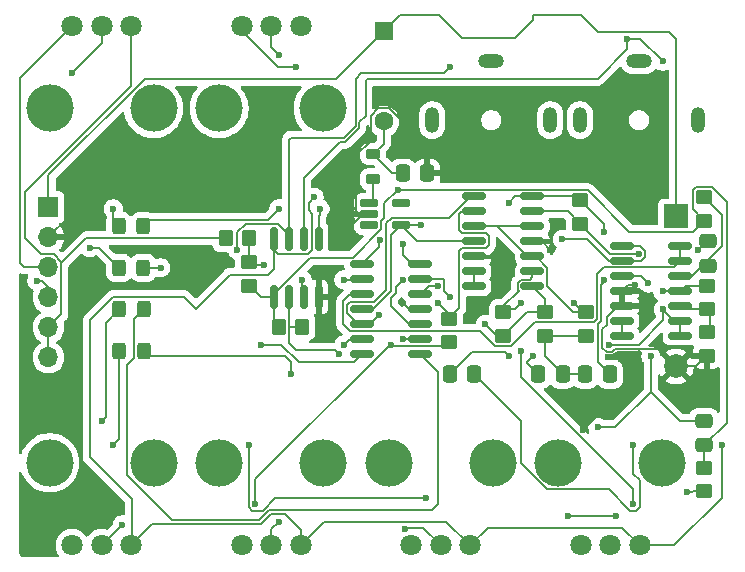
<source format=gbr>
%TF.GenerationSoftware,KiCad,Pcbnew,9.0.0*%
%TF.CreationDate,2025-05-14T01:56:31-07:00*%
%TF.ProjectId,ece223_project,65636532-3233-45f7-9072-6f6a6563742e,rev?*%
%TF.SameCoordinates,Original*%
%TF.FileFunction,Copper,L1,Top*%
%TF.FilePolarity,Positive*%
%FSLAX46Y46*%
G04 Gerber Fmt 4.6, Leading zero omitted, Abs format (unit mm)*
G04 Created by KiCad (PCBNEW 9.0.0) date 2025-05-14 01:56:31*
%MOMM*%
%LPD*%
G01*
G04 APERTURE LIST*
G04 Aperture macros list*
%AMRoundRect*
0 Rectangle with rounded corners*
0 $1 Rounding radius*
0 $2 $3 $4 $5 $6 $7 $8 $9 X,Y pos of 4 corners*
0 Add a 4 corners polygon primitive as box body*
4,1,4,$2,$3,$4,$5,$6,$7,$8,$9,$2,$3,0*
0 Add four circle primitives for the rounded corners*
1,1,$1+$1,$2,$3*
1,1,$1+$1,$4,$5*
1,1,$1+$1,$6,$7*
1,1,$1+$1,$8,$9*
0 Add four rect primitives between the rounded corners*
20,1,$1+$1,$2,$3,$4,$5,0*
20,1,$1+$1,$4,$5,$6,$7,0*
20,1,$1+$1,$6,$7,$8,$9,0*
20,1,$1+$1,$8,$9,$2,$3,0*%
G04 Aperture macros list end*
%TA.AperFunction,ComponentPad*%
%ADD10O,1.200000X2.200000*%
%TD*%
%TA.AperFunction,ComponentPad*%
%ADD11O,2.200000X1.200000*%
%TD*%
%TA.AperFunction,SMDPad,CuDef*%
%ADD12RoundRect,0.250000X-0.325000X-0.450000X0.325000X-0.450000X0.325000X0.450000X-0.325000X0.450000X0*%
%TD*%
%TA.AperFunction,ComponentPad*%
%ADD13R,1.700000X1.700000*%
%TD*%
%TA.AperFunction,ComponentPad*%
%ADD14O,1.700000X1.700000*%
%TD*%
%TA.AperFunction,SMDPad,CuDef*%
%ADD15RoundRect,0.250000X0.337500X0.475000X-0.337500X0.475000X-0.337500X-0.475000X0.337500X-0.475000X0*%
%TD*%
%TA.AperFunction,SMDPad,CuDef*%
%ADD16RoundRect,0.218750X0.381250X-0.218750X0.381250X0.218750X-0.381250X0.218750X-0.381250X-0.218750X0*%
%TD*%
%TA.AperFunction,SMDPad,CuDef*%
%ADD17RoundRect,0.150000X-0.825000X-0.150000X0.825000X-0.150000X0.825000X0.150000X-0.825000X0.150000X0*%
%TD*%
%TA.AperFunction,SMDPad,CuDef*%
%ADD18RoundRect,0.162500X-0.617500X-0.162500X0.617500X-0.162500X0.617500X0.162500X-0.617500X0.162500X0*%
%TD*%
%TA.AperFunction,SMDPad,CuDef*%
%ADD19RoundRect,0.250000X0.350000X0.450000X-0.350000X0.450000X-0.350000X-0.450000X0.350000X-0.450000X0*%
%TD*%
%TA.AperFunction,SMDPad,CuDef*%
%ADD20RoundRect,0.250000X0.450000X-0.350000X0.450000X0.350000X-0.450000X0.350000X-0.450000X-0.350000X0*%
%TD*%
%TA.AperFunction,SMDPad,CuDef*%
%ADD21RoundRect,0.250000X0.475000X-0.337500X0.475000X0.337500X-0.475000X0.337500X-0.475000X-0.337500X0*%
%TD*%
%TA.AperFunction,SMDPad,CuDef*%
%ADD22RoundRect,0.150000X0.825000X0.150000X-0.825000X0.150000X-0.825000X-0.150000X0.825000X-0.150000X0*%
%TD*%
%TA.AperFunction,SMDPad,CuDef*%
%ADD23RoundRect,0.250000X-0.475000X0.337500X-0.475000X-0.337500X0.475000X-0.337500X0.475000X0.337500X0*%
%TD*%
%TA.AperFunction,WasherPad*%
%ADD24C,4.000000*%
%TD*%
%TA.AperFunction,ComponentPad*%
%ADD25C,1.800000*%
%TD*%
%TA.AperFunction,SMDPad,CuDef*%
%ADD26RoundRect,0.250000X-0.337500X-0.475000X0.337500X-0.475000X0.337500X0.475000X-0.337500X0.475000X0*%
%TD*%
%TA.AperFunction,SMDPad,CuDef*%
%ADD27RoundRect,0.250000X-0.450000X0.350000X-0.450000X-0.350000X0.450000X-0.350000X0.450000X0.350000X0*%
%TD*%
%TA.AperFunction,SMDPad,CuDef*%
%ADD28RoundRect,0.250000X-0.350000X-0.450000X0.350000X-0.450000X0.350000X0.450000X-0.350000X0.450000X0*%
%TD*%
%TA.AperFunction,SMDPad,CuDef*%
%ADD29RoundRect,0.150000X0.150000X-0.825000X0.150000X0.825000X-0.150000X0.825000X-0.150000X-0.825000X0*%
%TD*%
%TA.AperFunction,ComponentPad*%
%ADD30R,2.000000X2.000000*%
%TD*%
%TA.AperFunction,ComponentPad*%
%ADD31C,2.000000*%
%TD*%
%TA.AperFunction,ComponentPad*%
%ADD32RoundRect,0.250000X-0.550000X0.550000X-0.550000X-0.550000X0.550000X-0.550000X0.550000X0.550000X0*%
%TD*%
%TA.AperFunction,ComponentPad*%
%ADD33C,1.600000*%
%TD*%
%TA.AperFunction,ViaPad*%
%ADD34C,0.600000*%
%TD*%
%TA.AperFunction,Conductor*%
%ADD35C,0.200000*%
%TD*%
%TA.AperFunction,Conductor*%
%ADD36C,0.165000*%
%TD*%
G04 APERTURE END LIST*
D10*
%TO.P,J2,R*%
%TO.N,Net-(J2-PadR)*%
X70500000Y-33000000D03*
D11*
%TO.P,J2,S*%
%TO.N,VREF*%
X65500000Y-28000000D03*
D10*
%TO.P,J2,T*%
%TO.N,Net-(J2-PadT)*%
X60500000Y-33000000D03*
%TD*%
D12*
%TO.P,D4,1,K*%
%TO.N,Net-(D4-K)*%
X34000000Y-52500000D03*
%TO.P,D4,2,A*%
%TO.N,/LED_GAIN/OUTD*%
X36050000Y-52500000D03*
%TD*%
D13*
%TO.P,J1,1,Pin_1*%
%TO.N,/VIN*%
X28000000Y-40380000D03*
D14*
%TO.P,J1,2,Pin_2*%
%TO.N,GND*%
X28000000Y-42920000D03*
%TO.P,J1,3,Pin_3*%
%TO.N,IN*%
X28000000Y-45460000D03*
%TO.P,J1,4,Pin_4*%
%TO.N,OUT*%
X28000000Y-48000000D03*
%TO.P,J1,5,Pin_5*%
%TO.N,VREF*%
X28000000Y-50540000D03*
%TO.P,J1,6,Pin_6*%
X28000000Y-53080000D03*
%TD*%
D12*
%TO.P,D2,1,K*%
%TO.N,Net-(D2-K)*%
X33975000Y-45500000D03*
%TO.P,D2,2,A*%
%TO.N,/LED_GAIN/OUTB*%
X36025000Y-45500000D03*
%TD*%
D15*
%TO.P,C8,1*%
%TO.N,Net-(C8-Pad1)*%
X64037500Y-54500000D03*
%TO.P,C8,2*%
%TO.N,Net-(C8-Pad2)*%
X61962500Y-54500000D03*
%TD*%
D16*
%TO.P,L1,1,1*%
%TO.N,Net-(U5-SW)*%
X55500000Y-38000000D03*
%TO.P,L1,2,2*%
%TO.N,/RAIL_GEN/VIN+*%
X55500000Y-35875000D03*
%TD*%
D17*
%TO.P,U4,1*%
%TO.N,/LED_GAIN/OUTA*%
X54525000Y-45190000D03*
%TO.P,U4,2,-*%
%TO.N,/LED_GAIN/AREF*%
X54525000Y-46460000D03*
%TO.P,U4,3,+*%
%TO.N,/FILTERS/OLP*%
X54525000Y-47730000D03*
%TO.P,U4,4,V+*%
%TO.N,VCC*%
X54525000Y-49000000D03*
%TO.P,U4,5,+*%
%TO.N,/FILTERS/OBP1*%
X54525000Y-50270000D03*
%TO.P,U4,6,-*%
%TO.N,/LED_GAIN/BREF*%
X54525000Y-51540000D03*
%TO.P,U4,7*%
%TO.N,/LED_GAIN/OUTB*%
X54525000Y-52810000D03*
%TO.P,U4,8*%
%TO.N,/LED_GAIN/OUTC*%
X59475000Y-52810000D03*
%TO.P,U4,9,-*%
%TO.N,/LED_GAIN/CREF*%
X59475000Y-51540000D03*
%TO.P,U4,10,+*%
%TO.N,/FILTERS/OBP2*%
X59475000Y-50270000D03*
%TO.P,U4,11,V-*%
%TO.N,GND*%
X59475000Y-49000000D03*
%TO.P,U4,12,+*%
%TO.N,/FILTERS/OHP*%
X59475000Y-47730000D03*
%TO.P,U4,13,-*%
%TO.N,/LED_GAIN/DREF*%
X59475000Y-46460000D03*
%TO.P,U4,14*%
%TO.N,/LED_GAIN/OUTD*%
X59475000Y-45190000D03*
%TD*%
D18*
%TO.P,U5,1,SW*%
%TO.N,Net-(U5-SW)*%
X55150000Y-40000000D03*
%TO.P,U5,2,GND*%
%TO.N,GND*%
X55150000Y-40950000D03*
%TO.P,U5,3,NC*%
%TO.N,unconnected-(U5-NC-Pad3)*%
X55150000Y-41900000D03*
%TO.P,U5,4,VOUT*%
%TO.N,VCC*%
X57850000Y-41900000D03*
%TO.P,U5,5,NC*%
%TO.N,unconnected-(U5-NC-Pad5)*%
X57850000Y-40000000D03*
%TD*%
D15*
%TO.P,C11,1*%
%TO.N,Net-(C10-Pad1)*%
X71537500Y-54500000D03*
%TO.P,C11,2*%
%TO.N,Net-(U3D--)*%
X69462500Y-54500000D03*
%TD*%
D12*
%TO.P,D1,1,K*%
%TO.N,Net-(D1-K)*%
X33975000Y-42000000D03*
%TO.P,D1,2,A*%
%TO.N,/LED_GAIN/OUTA*%
X36025000Y-42000000D03*
%TD*%
D19*
%TO.P,R11,1*%
%TO.N,Net-(U2A--)*%
X49500000Y-50500000D03*
%TO.P,R11,2*%
%TO.N,/FILTERS/IBP1*%
X47500000Y-50500000D03*
%TD*%
D10*
%TO.P,J3,R*%
%TO.N,Net-(J3-PadR)*%
X83000000Y-33000000D03*
D11*
%TO.P,J3,S*%
%TO.N,VREF*%
X78000000Y-28000000D03*
D10*
%TO.P,J3,T*%
%TO.N,Net-(J3-PadR)*%
X73000000Y-33000000D03*
%TD*%
D20*
%TO.P,R14,1*%
%TO.N,/FILTERS/IBP1*%
X83500000Y-41500000D03*
%TO.P,R14,2*%
%TO.N,Net-(U1B-+)*%
X83500000Y-39500000D03*
%TD*%
D21*
%TO.P,C4,1*%
%TO.N,/FILTERS/IBP1*%
X83500000Y-60537500D03*
%TO.P,C4,2*%
%TO.N,Net-(U1C-+)*%
X83500000Y-58462500D03*
%TD*%
D20*
%TO.P,R12,1*%
%TO.N,/FILTERS/IBP1*%
X45000000Y-47000000D03*
%TO.P,R12,2*%
%TO.N,Net-(C6-Pad1)*%
X45000000Y-45000000D03*
%TD*%
D22*
%TO.P,U1,1*%
%TO.N,VREF*%
X81500000Y-51270000D03*
%TO.P,U1,2,-*%
X81500000Y-50000000D03*
%TO.P,U1,3,+*%
%TO.N,Net-(U1A-+)*%
X81500000Y-48730000D03*
%TO.P,U1,4,V+*%
%TO.N,VCC*%
X81500000Y-47460000D03*
%TO.P,U1,5,+*%
%TO.N,Net-(U1B-+)*%
X81500000Y-46190000D03*
%TO.P,U1,6,-*%
%TO.N,/FILTERS/OLP*%
X81500000Y-44920000D03*
%TO.P,U1,7*%
X81500000Y-43650000D03*
%TO.P,U1,8*%
%TO.N,/FILTERS/OHP*%
X76550000Y-43650000D03*
%TO.P,U1,9,-*%
X76550000Y-44920000D03*
%TO.P,U1,10,+*%
%TO.N,Net-(U1C-+)*%
X76550000Y-46190000D03*
%TO.P,U1,11,V-*%
%TO.N,GND*%
X76550000Y-47460000D03*
%TO.P,U1,12,+*%
X76550000Y-48730000D03*
%TO.P,U1,13,-*%
%TO.N,Net-(U1D--)*%
X76550000Y-50000000D03*
%TO.P,U1,14*%
X76550000Y-51270000D03*
%TD*%
D23*
%TO.P,C5,1*%
%TO.N,VREF*%
X83808728Y-43228381D03*
%TO.P,C5,2*%
%TO.N,Net-(U1B-+)*%
X83808728Y-45303381D03*
%TD*%
D24*
%TO.P,RV6,*%
%TO.N,*%
X51250000Y-32000000D03*
X42450000Y-32000000D03*
D25*
%TO.P,RV6,1,1*%
%TO.N,/FILTERS/IBP1*%
X44350000Y-25000000D03*
%TO.P,RV6,2,2*%
%TO.N,Net-(U2B-+)*%
X46850000Y-25000000D03*
%TO.P,RV6,3,3*%
%TO.N,VREF*%
X49350000Y-25000000D03*
%TD*%
D26*
%TO.P,C1,1*%
%TO.N,/RAIL_GEN/VIN+*%
X58000000Y-37500000D03*
%TO.P,C1,2*%
%TO.N,GND*%
X60075000Y-37500000D03*
%TD*%
D20*
%TO.P,R22,1*%
%TO.N,Net-(U3D--)*%
X73000000Y-41770000D03*
%TO.P,R22,2*%
%TO.N,/FILTERS/OBP2*%
X73000000Y-39770000D03*
%TD*%
D24*
%TO.P,RV2,*%
%TO.N,*%
X28100000Y-62000000D03*
X36900000Y-62000000D03*
D25*
%TO.P,RV2,1,1*%
%TO.N,VCC*%
X35000000Y-69000000D03*
%TO.P,RV2,2,2*%
%TO.N,/LED_GAIN/AREF*%
X32500000Y-69000000D03*
%TO.P,RV2,3,3*%
%TO.N,VREF*%
X30000000Y-69000000D03*
%TD*%
D24*
%TO.P,RV5,*%
%TO.N,*%
X71150000Y-62000000D03*
X79950000Y-62000000D03*
D25*
%TO.P,RV5,1,1*%
%TO.N,VCC*%
X78050000Y-69000000D03*
%TO.P,RV5,2,2*%
%TO.N,/LED_GAIN/DREF*%
X75550000Y-69000000D03*
%TO.P,RV5,3,3*%
%TO.N,VREF*%
X73050000Y-69000000D03*
%TD*%
D27*
%TO.P,R20,1*%
%TO.N,Net-(C8-Pad2)*%
X70000000Y-49270000D03*
%TO.P,R20,2*%
%TO.N,Net-(C10-Pad1)*%
X70000000Y-51270000D03*
%TD*%
%TO.P,R19,1*%
%TO.N,Net-(U3C--)*%
X66500000Y-49270000D03*
%TO.P,R19,2*%
%TO.N,Net-(C8-Pad2)*%
X66500000Y-51270000D03*
%TD*%
D17*
%TO.P,U3,1*%
%TO.N,/FILTERS/OBP1*%
X64025000Y-39460000D03*
%TO.P,U3,2,-*%
%TO.N,Net-(U3A--)*%
X64025000Y-40730000D03*
%TO.P,U3,3,+*%
%TO.N,VREF*%
X64025000Y-42000000D03*
%TO.P,U3,4,V+*%
%TO.N,VCC*%
X64025000Y-43270000D03*
%TO.P,U3,5,+*%
%TO.N,GND*%
X64025000Y-44540000D03*
%TO.P,U3,6,-*%
%TO.N,Net-(U3B--)*%
X64025000Y-45810000D03*
%TO.P,U3,7*%
X64025000Y-47080000D03*
%TO.P,U3,8*%
%TO.N,Net-(C8-Pad2)*%
X68975000Y-47080000D03*
%TO.P,U3,9,-*%
%TO.N,Net-(U3C--)*%
X68975000Y-45810000D03*
%TO.P,U3,10,+*%
%TO.N,VREF*%
X68975000Y-44540000D03*
%TO.P,U3,11,V-*%
%TO.N,GND*%
X68975000Y-43270000D03*
%TO.P,U3,12,+*%
%TO.N,VREF*%
X68975000Y-42000000D03*
%TO.P,U3,13,-*%
%TO.N,Net-(U3D--)*%
X68975000Y-40730000D03*
%TO.P,U3,14*%
%TO.N,/FILTERS/OBP2*%
X68975000Y-39460000D03*
%TD*%
D27*
%TO.P,R9,1*%
%TO.N,Net-(U1A-+)*%
X83756554Y-50949585D03*
%TO.P,R9,2*%
%TO.N,GND*%
X83756554Y-52949585D03*
%TD*%
D24*
%TO.P,RV4,*%
%TO.N,*%
X56800000Y-62000000D03*
X65600000Y-62000000D03*
D25*
%TO.P,RV4,1,1*%
%TO.N,VCC*%
X63700000Y-69000000D03*
%TO.P,RV4,2,2*%
%TO.N,/LED_GAIN/CREF*%
X61200000Y-69000000D03*
%TO.P,RV4,3,3*%
%TO.N,VREF*%
X58700000Y-69000000D03*
%TD*%
D28*
%TO.P,R15,1*%
%TO.N,VREF*%
X43000000Y-43000000D03*
%TO.P,R15,2*%
%TO.N,Net-(C6-Pad1)*%
X45000000Y-43000000D03*
%TD*%
D26*
%TO.P,C10,1*%
%TO.N,Net-(C10-Pad1)*%
X73462500Y-54500000D03*
%TO.P,C10,2*%
%TO.N,/FILTERS/OBP2*%
X75537500Y-54500000D03*
%TD*%
D27*
%TO.P,R18,1*%
%TO.N,Net-(U3A--)*%
X61875910Y-49818500D03*
%TO.P,R18,2*%
%TO.N,/FILTERS/OBP1*%
X61875910Y-51818500D03*
%TD*%
D24*
%TO.P,RV1,*%
%TO.N,*%
X36900000Y-32000000D03*
X28100000Y-32000000D03*
D25*
%TO.P,RV1,1,1*%
%TO.N,IN*%
X30000000Y-25000000D03*
%TO.P,RV1,2,2*%
%TO.N,Net-(U2A-+)*%
X32500000Y-25000000D03*
%TO.P,RV1,3,3*%
%TO.N,VREF*%
X35000000Y-25000000D03*
%TD*%
D12*
%TO.P,D3,1,K*%
%TO.N,Net-(D3-K)*%
X34000000Y-49000000D03*
%TO.P,D3,2,A*%
%TO.N,/LED_GAIN/OUTC*%
X36050000Y-49000000D03*
%TD*%
D24*
%TO.P,RV3,*%
%TO.N,*%
X42450000Y-62000000D03*
X51250000Y-62000000D03*
D25*
%TO.P,RV3,1,1*%
%TO.N,VCC*%
X49350000Y-69000000D03*
%TO.P,RV3,2,2*%
%TO.N,/LED_GAIN/BREF*%
X46850000Y-69000000D03*
%TO.P,RV3,3,3*%
%TO.N,VREF*%
X44350000Y-69000000D03*
%TD*%
D27*
%TO.P,R21,1*%
%TO.N,VREF*%
X73500000Y-49270000D03*
%TO.P,R21,2*%
%TO.N,Net-(C10-Pad1)*%
X73500000Y-51270000D03*
%TD*%
%TO.P,R13,1*%
%TO.N,/FILTERS/IBP1*%
X83473393Y-62430892D03*
%TO.P,R13,2*%
%TO.N,Net-(C8-Pad1)*%
X83473393Y-64430892D03*
%TD*%
%TO.P,R8,1*%
%TO.N,VCC*%
X83776966Y-47000000D03*
%TO.P,R8,2*%
%TO.N,Net-(U1A-+)*%
X83776966Y-49000000D03*
%TD*%
D29*
%TO.P,U2,1*%
%TO.N,/FILTERS/IBP1*%
X47095000Y-47975000D03*
%TO.P,U2,2,-*%
%TO.N,Net-(U2A--)*%
X48365000Y-47975000D03*
%TO.P,U2,3,+*%
%TO.N,Net-(U2A-+)*%
X49635000Y-47975000D03*
%TO.P,U2,4,V-*%
%TO.N,GND*%
X50905000Y-47975000D03*
%TO.P,U2,5,+*%
%TO.N,Net-(U2B-+)*%
X50905000Y-43025000D03*
%TO.P,U2,6,-*%
%TO.N,Net-(U2B--)*%
X49635000Y-43025000D03*
%TO.P,U2,7*%
%TO.N,OUT*%
X48365000Y-43025000D03*
%TO.P,U2,8,V+*%
%TO.N,VCC*%
X47095000Y-43025000D03*
%TD*%
D30*
%TO.P,BT1,1,+*%
%TO.N,/VIN*%
X81140000Y-41150000D03*
D31*
%TO.P,BT1,2,-*%
%TO.N,GND*%
X81140000Y-53850000D03*
%TD*%
D32*
%TO.P,SW1,1,A*%
%TO.N,/VIN*%
X56393778Y-25482500D03*
D33*
%TO.P,SW1,2,B*%
%TO.N,/RAIL_GEN/VIN+*%
X56393778Y-33102500D03*
%TD*%
D34*
%TO.N,GND*%
X77661919Y-46926086D03*
X51000000Y-46000000D03*
X27500000Y-55500000D03*
X70500000Y-44000000D03*
X77000000Y-39500000D03*
X52555005Y-43055005D03*
X30000000Y-37500000D03*
X66500000Y-45000000D03*
X26000000Y-53500000D03*
X73286881Y-59213117D03*
X83000000Y-56500000D03*
X58000000Y-48500000D03*
%TO.N,VREF*%
X72000000Y-66500000D03*
X75500000Y-52000000D03*
X76047500Y-66500000D03*
X80049000Y-49000000D03*
X83000000Y-44000000D03*
X72500000Y-48500000D03*
%TO.N,Net-(U3A--)*%
X61000000Y-48500000D03*
%TO.N,Net-(U3C--)*%
X68000000Y-52500000D03*
X77500000Y-65500000D03*
X68000000Y-48500000D03*
%TO.N,/FILTERS/OBP1*%
X45500000Y-65500000D03*
X57000000Y-52000000D03*
X56000000Y-49500000D03*
%TO.N,VCC*%
X59500000Y-41861000D03*
X50500000Y-39500000D03*
X80000000Y-47500000D03*
X85000000Y-60500000D03*
%TO.N,/FILTERS/IBP1*%
X49000000Y-28500000D03*
X57572756Y-38911500D03*
%TO.N,Net-(U1C-+)*%
X78792919Y-46792919D03*
X74500000Y-59000000D03*
X79000000Y-53000000D03*
%TO.N,/FILTERS/OBP2*%
X75000000Y-46500000D03*
X75000000Y-42500000D03*
X58000000Y-46500000D03*
X67000000Y-40000000D03*
%TO.N,Net-(U3D--)*%
X69000000Y-53000000D03*
X78000000Y-44315712D03*
%TO.N,/LED_GAIN/OUTA*%
X47500000Y-40500000D03*
X56069000Y-43121025D03*
%TO.N,Net-(D1-K)*%
X33500000Y-40500000D03*
%TO.N,/LED_GAIN/OUTB*%
X46000000Y-52000000D03*
X37500000Y-45500000D03*
%TO.N,Net-(D2-K)*%
X31499107Y-43818692D03*
%TO.N,Net-(D3-K)*%
X32500000Y-58500000D03*
%TO.N,Net-(D4-K)*%
X33500000Y-60500000D03*
%TO.N,/LED_GAIN/OUTD*%
X48500000Y-54500000D03*
X58000000Y-43500000D03*
%TO.N,OUT*%
X62000000Y-28500000D03*
X27000000Y-46600087D03*
X44000000Y-44000000D03*
%TO.N,/LED_GAIN/AREF*%
X53000000Y-46500000D03*
X34250000Y-67250000D03*
%TO.N,/LED_GAIN/BREF*%
X53000000Y-52000000D03*
X47500000Y-67000000D03*
%TO.N,/LED_GAIN/CREF*%
X58000000Y-51540000D03*
X58148485Y-67651262D03*
%TO.N,/LED_GAIN/DREF*%
X62000000Y-48000000D03*
%TO.N,/FILTERS/OHP*%
X71500000Y-43091500D03*
X60952500Y-47007500D03*
%TO.N,Net-(C6-Pad1)*%
X60000000Y-65000000D03*
X46258284Y-45241716D03*
X45000000Y-60500000D03*
%TO.N,Net-(C8-Pad1)*%
X82079125Y-64500000D03*
X77500000Y-60500000D03*
%TO.N,Net-(C8-Pad2)*%
X67000000Y-53000000D03*
X65000000Y-50285000D03*
%TO.N,Net-(U2A--)*%
X52595278Y-52810998D03*
%TO.N,Net-(U2B--)*%
X80000000Y-28000000D03*
X77000000Y-26100000D03*
%TO.N,Net-(U2A-+)*%
X30000000Y-29000000D03*
X49500000Y-46500000D03*
%TO.N,Net-(U2B-+)*%
X47526786Y-27473214D03*
X51000000Y-40500000D03*
%TD*%
D35*
%TO.N,GND*%
X79673500Y-52383500D02*
X78000000Y-52383500D01*
X51000000Y-46000000D02*
X50905000Y-46095000D01*
X82856139Y-53850000D02*
X83756554Y-52949585D01*
X74899000Y-52248943D02*
X74899000Y-50715968D01*
X55292778Y-34741122D02*
X54069000Y-35964900D01*
X56849828Y-32001500D02*
X55937728Y-32001500D01*
X75274000Y-49659032D02*
X76203032Y-48730000D01*
X59475000Y-49000000D02*
X58500000Y-49000000D01*
X74899000Y-50715968D02*
X75274000Y-50340968D01*
X78000000Y-52383500D02*
X75966443Y-52383500D01*
X69770000Y-43270000D02*
X70500000Y-44000000D01*
X60075000Y-35226672D02*
X56849828Y-32001500D01*
X75274000Y-50340968D02*
X75274000Y-49659032D01*
X75966443Y-52383500D02*
X75748943Y-52601000D01*
X81140000Y-53850000D02*
X82856139Y-53850000D01*
X79673500Y-52383500D02*
X81140000Y-53850000D01*
X54069000Y-35964900D02*
X54069000Y-40648999D01*
D36*
X77661919Y-46926086D02*
X77083914Y-46926086D01*
D35*
X55937728Y-32001500D02*
X55292778Y-32646450D01*
X78000000Y-52383500D02*
X78000000Y-54499998D01*
X54069000Y-40648999D02*
X54370001Y-40950000D01*
X54370001Y-40950000D02*
X55150000Y-40950000D01*
X52555005Y-43055005D02*
X54660010Y-40950000D01*
X76203032Y-48730000D02*
X76550000Y-48730000D01*
X75251057Y-52601000D02*
X74899000Y-52248943D01*
X75748943Y-52601000D02*
X75251057Y-52601000D01*
X60075000Y-37500000D02*
X60075000Y-35226672D01*
D36*
X77083914Y-46926086D02*
X76550000Y-47460000D01*
D35*
X64025000Y-44540000D02*
X66040000Y-44540000D01*
X50905000Y-46095000D02*
X50905000Y-47975000D01*
X30000000Y-40920000D02*
X28000000Y-42920000D01*
X78000000Y-54499998D02*
X73286881Y-59213117D01*
X66040000Y-44540000D02*
X66500000Y-45000000D01*
X30000000Y-37500000D02*
X30000000Y-40920000D01*
X55292778Y-32646450D02*
X55292778Y-34741122D01*
X58500000Y-49000000D02*
X58000000Y-48500000D01*
X68975000Y-43270000D02*
X69770000Y-43270000D01*
X54660010Y-40950000D02*
X55150000Y-40950000D01*
D36*
%TO.N,Net-(U1B-+)*%
X83500000Y-39500000D02*
X85000000Y-41000000D01*
X82474999Y-46190000D02*
X81500000Y-46190000D01*
X85000000Y-41000000D02*
X85000000Y-43664999D01*
X85000000Y-43664999D02*
X82474999Y-46190000D01*
%TO.N,VREF*%
X29098500Y-49441500D02*
X28000000Y-50540000D01*
X66000000Y-42000000D02*
X68540000Y-44540000D01*
X68540000Y-44540000D02*
X68975000Y-44540000D01*
X73500000Y-49270000D02*
X72438841Y-49270000D01*
X66000000Y-42000000D02*
X64025000Y-42000000D01*
X80049000Y-49951000D02*
X78000000Y-52000000D01*
X35000000Y-25000000D02*
X35000000Y-30103544D01*
X68975000Y-42000000D02*
X66000000Y-42000000D01*
X81000000Y-50000000D02*
X81500000Y-50000000D01*
X29098500Y-45098500D02*
X29098500Y-49441500D01*
X81500000Y-51270000D02*
X81500000Y-50000000D01*
X78000000Y-52000000D02*
X75500000Y-52000000D01*
X80049000Y-49000000D02*
X80049000Y-49951000D01*
X72500000Y-48500000D02*
X73270000Y-49270000D01*
X27369604Y-44361500D02*
X28455014Y-44361500D01*
X83771619Y-43228381D02*
X83000000Y-44000000D01*
X80049000Y-49000000D02*
X80049000Y-49049000D01*
X83808728Y-43228381D02*
X83771619Y-43228381D01*
X26000000Y-39103544D02*
X26000000Y-42991896D01*
X72438841Y-49270000D02*
X70198500Y-47029659D01*
X72000000Y-66500000D02*
X76047500Y-66500000D01*
X35000000Y-30103544D02*
X26000000Y-39103544D01*
X69247720Y-44540000D02*
X68975000Y-44540000D01*
X70198500Y-45490780D02*
X69247720Y-44540000D01*
X28455014Y-44361500D02*
X29098500Y-45004986D01*
X70198500Y-47029659D02*
X70198500Y-45490780D01*
X73270000Y-49270000D02*
X73500000Y-49270000D01*
X31197000Y-43000000D02*
X29098500Y-45098500D01*
X28000000Y-50540000D02*
X28000000Y-53080000D01*
X26000000Y-42991896D02*
X27369604Y-44361500D01*
X80049000Y-49049000D02*
X81000000Y-50000000D01*
X29098500Y-45004986D02*
X29098500Y-45098500D01*
X43000000Y-43000000D02*
X31197000Y-43000000D01*
%TO.N,Net-(U3A--)*%
X61000000Y-48500000D02*
X61713457Y-49213457D01*
X61875910Y-49818500D02*
X62766500Y-48927910D01*
X63016282Y-43853500D02*
X65033718Y-43853500D01*
X63030780Y-42548500D02*
X62801500Y-42319220D01*
X61713457Y-49213457D02*
X61713457Y-49656047D01*
X62801500Y-40978501D02*
X63050001Y-40730000D01*
X65283500Y-43603718D02*
X65283500Y-42812780D01*
X65019220Y-42548500D02*
X63030780Y-42548500D01*
X65283500Y-42812780D02*
X65019220Y-42548500D01*
X61713457Y-49656047D02*
X61875910Y-49818500D01*
X62801500Y-42319220D02*
X62801500Y-40978501D01*
X63050001Y-40730000D02*
X64025000Y-40730000D01*
X62766500Y-44103282D02*
X63016282Y-43853500D01*
X62766500Y-48927910D02*
X62766500Y-44103282D01*
X65033718Y-43853500D02*
X65283500Y-43603718D01*
%TO.N,Net-(U3C--)*%
X66770000Y-49000000D02*
X66500000Y-49270000D01*
X68000000Y-52500000D02*
X68000000Y-54750017D01*
X68975000Y-45810000D02*
X68975000Y-46295000D01*
X68975000Y-46295000D02*
X68738500Y-46531500D01*
X77500000Y-64250017D02*
X77500000Y-65500000D01*
X68738500Y-46531500D02*
X67980780Y-46531500D01*
X67751500Y-47399220D02*
X67811140Y-47458860D01*
X67980780Y-46531500D02*
X67751500Y-46760780D01*
X68000000Y-54750017D02*
X77500000Y-64250017D01*
X66500000Y-48770000D02*
X66500000Y-49270000D01*
X67811140Y-47458860D02*
X66500000Y-48770000D01*
X67751500Y-46760780D02*
X67751500Y-47399220D01*
X67500000Y-49000000D02*
X66770000Y-49000000D01*
X68000000Y-48500000D02*
X67500000Y-49000000D01*
%TO.N,/FILTERS/OBP1*%
X53266500Y-48666282D02*
X53516282Y-48416500D01*
X57056258Y-41278500D02*
X61933780Y-41278500D01*
X56616500Y-47341149D02*
X56616500Y-41718258D01*
X54525000Y-50270000D02*
X54202782Y-50270000D01*
X61933780Y-41278500D02*
X63752280Y-39460000D01*
X55179000Y-50321000D02*
X54576000Y-50321000D01*
X56000000Y-49500000D02*
X55179000Y-50321000D01*
X61605910Y-52088500D02*
X57088500Y-52088500D01*
X53516282Y-48416500D02*
X55541149Y-48416500D01*
X57088500Y-52088500D02*
X57000000Y-52000000D01*
X56877720Y-52000000D02*
X45500000Y-63377720D01*
X57000000Y-52000000D02*
X56877720Y-52000000D01*
X55541149Y-48416500D02*
X56616500Y-47341149D01*
X63752280Y-39460000D02*
X64025000Y-39460000D01*
X54576000Y-50321000D02*
X54525000Y-50270000D01*
X53266500Y-49333718D02*
X53266500Y-48666282D01*
X56616500Y-41718258D02*
X57056258Y-41278500D01*
X61875910Y-51818500D02*
X61605910Y-52088500D01*
X45500000Y-63377720D02*
X45500000Y-65500000D01*
X54202782Y-50270000D02*
X53266500Y-49333718D01*
D35*
%TO.N,/RAIL_GEN/VIN+*%
X58000000Y-37500000D02*
X57125000Y-37500000D01*
X57125000Y-37500000D02*
X55500000Y-35875000D01*
X56393778Y-34981222D02*
X55500000Y-35875000D01*
X56393778Y-33102500D02*
X56393778Y-34981222D01*
%TO.N,VCC*%
X80000000Y-47500000D02*
X81460000Y-47500000D01*
X63700000Y-69000000D02*
X61700000Y-67000000D01*
X36787000Y-67213000D02*
X35000000Y-69000000D01*
X39498999Y-47999000D02*
X33439840Y-47999000D01*
X61700000Y-67000000D02*
X51350000Y-67000000D01*
X59220000Y-43270000D02*
X64025000Y-43270000D01*
X49975968Y-44301000D02*
X47396001Y-44301000D01*
X76550000Y-67500000D02*
X65200000Y-67500000D01*
X47095000Y-43025000D02*
X47095000Y-45586540D01*
X49350000Y-69000000D02*
X49350000Y-67727208D01*
X40472046Y-48972047D02*
X39498999Y-47999000D01*
X46002441Y-67213000D02*
X46831940Y-66383500D01*
X78050000Y-69000000D02*
X81000000Y-69000000D01*
X50304000Y-43972968D02*
X49975968Y-44301000D01*
X81460000Y-47500000D02*
X81500000Y-47460000D01*
X55499999Y-49000000D02*
X54525000Y-49000000D01*
X81000000Y-69000000D02*
X85000000Y-65000000D01*
X84000000Y-47000000D02*
X81960000Y-47000000D01*
X57850000Y-41900000D02*
X59220000Y-43270000D01*
X35051000Y-65051000D02*
X35051000Y-68949000D01*
X31500000Y-61500000D02*
X35051000Y-65051000D01*
X85000000Y-65000000D02*
X85000000Y-60500000D01*
X57000000Y-42750000D02*
X57000000Y-47499999D01*
X47396001Y-44301000D02*
X47095000Y-43999999D01*
X50018500Y-40631268D02*
X50304000Y-40916768D01*
X57850000Y-41900000D02*
X57000000Y-42750000D01*
X65200000Y-67500000D02*
X63700000Y-69000000D01*
X50018500Y-39981500D02*
X50018500Y-40631268D01*
X46582540Y-46099000D02*
X43345093Y-46099000D01*
X36787000Y-67213000D02*
X46002441Y-67213000D01*
X59461000Y-41900000D02*
X59500000Y-41861000D01*
X49350000Y-67727208D02*
X48006292Y-66383500D01*
X50304000Y-40916768D02*
X50304000Y-43972968D01*
X47095000Y-43999999D02*
X47095000Y-43025000D01*
X48006292Y-66383500D02*
X46831940Y-66383500D01*
X81960000Y-47000000D02*
X81500000Y-47460000D01*
X50500000Y-39500000D02*
X50018500Y-39981500D01*
X33439840Y-47999000D02*
X31500000Y-49938840D01*
X31500000Y-49938840D02*
X31500000Y-61500000D01*
X43345093Y-46099000D02*
X40472046Y-48972047D01*
X57000000Y-47499999D02*
X55499999Y-49000000D01*
X78050000Y-69000000D02*
X76550000Y-67500000D01*
X57850000Y-41900000D02*
X59461000Y-41900000D01*
X51350000Y-67000000D02*
X49350000Y-69000000D01*
X47095000Y-45586540D02*
X46582540Y-46099000D01*
X35051000Y-68949000D02*
X35000000Y-69000000D01*
D36*
%TO.N,/FILTERS/IBP1*%
X83500000Y-60537500D02*
X85416500Y-58621000D01*
X77175412Y-42433500D02*
X73653412Y-38911500D01*
X47425000Y-28500000D02*
X44350000Y-25425000D01*
X85416500Y-58621000D02*
X85416500Y-39904588D01*
X56433326Y-41307930D02*
X56178500Y-41562756D01*
X85416500Y-39904588D02*
X84163412Y-38651500D01*
X82566500Y-42433500D02*
X77175412Y-42433500D01*
X83500000Y-41500000D02*
X82566500Y-42433500D01*
X56178500Y-42237244D02*
X53774244Y-44641500D01*
X50155780Y-44641500D02*
X47095000Y-47702280D01*
X47095000Y-47702280D02*
X47095000Y-47975000D01*
X82551500Y-40551500D02*
X83500000Y-41500000D01*
X47095000Y-50095000D02*
X47500000Y-50500000D01*
X83473393Y-62430892D02*
X83473393Y-60564107D01*
X82836588Y-38651500D02*
X82551500Y-38936588D01*
X49000000Y-28500000D02*
X47425000Y-28500000D01*
X44350000Y-25425000D02*
X44350000Y-25000000D01*
X53774244Y-44641500D02*
X50155780Y-44641500D01*
X56433326Y-40050930D02*
X56433326Y-41307930D01*
X45975000Y-47975000D02*
X45000000Y-47000000D01*
X47095000Y-47975000D02*
X45975000Y-47975000D01*
X83473393Y-60564107D02*
X83500000Y-60537500D01*
X56178500Y-41562756D02*
X56178500Y-42237244D01*
X84163412Y-38651500D02*
X82836588Y-38651500D01*
X47095000Y-47975000D02*
X47095000Y-50095000D01*
X82551500Y-38936588D02*
X82551500Y-40551500D01*
X57572756Y-38911500D02*
X56433326Y-40050930D01*
X73653412Y-38911500D02*
X57572756Y-38911500D01*
%TO.N,Net-(U1C-+)*%
X83500000Y-58462500D02*
X81462500Y-58462500D01*
X79000000Y-53000000D02*
X79000000Y-56000000D01*
X78792919Y-46792919D02*
X78190001Y-46190000D01*
X81462500Y-58462500D02*
X79000000Y-56000000D01*
X76000000Y-59000000D02*
X74500000Y-59000000D01*
X79000000Y-56000000D02*
X76000000Y-59000000D01*
X78190001Y-46190000D02*
X76550000Y-46190000D01*
%TO.N,/FILTERS/OBP2*%
X68975000Y-39460000D02*
X72690000Y-39460000D01*
X75000000Y-46500000D02*
X75000000Y-46727852D01*
X75000000Y-41770000D02*
X73000000Y-39770000D01*
X57000000Y-48042349D02*
X57000000Y-48769999D01*
X74500000Y-53462500D02*
X75537500Y-54500000D01*
X74779500Y-46948352D02*
X74779500Y-49970517D01*
X74500000Y-50250016D02*
X74500000Y-53462500D01*
X58000000Y-46500000D02*
X57383500Y-47116500D01*
X75000000Y-46727852D02*
X74779500Y-46948352D01*
X58500001Y-50270000D02*
X59475000Y-50270000D01*
X67540000Y-39460000D02*
X67000000Y-40000000D01*
X75000000Y-42500000D02*
X75000000Y-41770000D01*
X68975000Y-39460000D02*
X67540000Y-39460000D01*
X74779500Y-49970517D02*
X74500000Y-50250016D01*
X57000000Y-48769999D02*
X58500001Y-50270000D01*
X72690000Y-39460000D02*
X73000000Y-39770000D01*
X57000000Y-48042349D02*
X57383500Y-47658849D01*
X57383500Y-47116500D02*
X57383500Y-47658849D01*
%TO.N,Net-(C10-Pad1)*%
X70000000Y-51270000D02*
X70000000Y-52975000D01*
X73500000Y-51270000D02*
X70000000Y-51270000D01*
X70000000Y-52975000D02*
X71525000Y-54500000D01*
X73462500Y-54500000D02*
X71525000Y-54500000D01*
%TO.N,Net-(U3D--)*%
X71960000Y-40730000D02*
X68975000Y-40730000D01*
X73000000Y-41770000D02*
X71960000Y-40730000D01*
X68500000Y-53525000D02*
X69475000Y-54500000D01*
X75545712Y-44315712D02*
X73000000Y-41770000D01*
X78000000Y-44315712D02*
X75545712Y-44315712D01*
X69000000Y-53000000D02*
X68500000Y-53500000D01*
X68500000Y-53500000D02*
X68500000Y-53525000D01*
%TO.N,/LED_GAIN/OUTA*%
X56000000Y-43190025D02*
X56000000Y-43715000D01*
X56000000Y-43715000D02*
X54525000Y-45190000D01*
X46564500Y-41435500D02*
X36589500Y-41435500D01*
X56069000Y-43121025D02*
X56000000Y-43190025D01*
X47500000Y-40500000D02*
X46564500Y-41435500D01*
X36589500Y-41435500D02*
X36025000Y-42000000D01*
%TO.N,Net-(D1-K)*%
X33500000Y-40500000D02*
X33500000Y-41525000D01*
X33500000Y-41525000D02*
X33975000Y-42000000D01*
%TO.N,/LED_GAIN/OUTB*%
X53835000Y-53500000D02*
X49190000Y-53500000D01*
X37500000Y-45500000D02*
X36025000Y-45500000D01*
X54525000Y-52810000D02*
X53835000Y-53500000D01*
X47690000Y-52000000D02*
X49190000Y-53500000D01*
X46000000Y-52000000D02*
X47690000Y-52000000D01*
%TO.N,Net-(D2-K)*%
X32318692Y-43818692D02*
X33975000Y-45475000D01*
X31499107Y-43818692D02*
X32318692Y-43818692D01*
X33975000Y-45475000D02*
X33975000Y-45500000D01*
%TO.N,/LED_GAIN/OUTC*%
X35226500Y-53163412D02*
X35226500Y-49823500D01*
X59475000Y-52810000D02*
X61000000Y-54335000D01*
X38459511Y-66829500D02*
X34651500Y-63021489D01*
X46673090Y-66000000D02*
X45843590Y-66829500D01*
X45843590Y-66829500D02*
X38459511Y-66829500D01*
X61000000Y-65500000D02*
X60500000Y-66000000D01*
X34651500Y-53738412D02*
X35226500Y-53163412D01*
X60500000Y-66000000D02*
X46673090Y-66000000D01*
X35226500Y-49823500D02*
X36050000Y-49000000D01*
X61000000Y-54335000D02*
X61000000Y-65500000D01*
X34651500Y-63021489D02*
X34651500Y-53738412D01*
%TO.N,Net-(D3-K)*%
X32834997Y-50165003D02*
X34000000Y-49000000D01*
X32500000Y-58500000D02*
X32834997Y-58165003D01*
X32834997Y-58165003D02*
X32834997Y-50165003D01*
%TO.N,Net-(D4-K)*%
X34000000Y-60000000D02*
X33500000Y-60500000D01*
X34000000Y-52500000D02*
X34000000Y-60000000D01*
%TO.N,/LED_GAIN/OUTD*%
X58740000Y-45190000D02*
X59475000Y-45190000D01*
X48500000Y-53500000D02*
X48000000Y-53000000D01*
X58000000Y-44450000D02*
X58740000Y-45190000D01*
X48000000Y-53000000D02*
X36550000Y-53000000D01*
X58000000Y-43500000D02*
X58000000Y-44450000D01*
X48500000Y-54500000D02*
X48500000Y-53500000D01*
X36550000Y-53000000D02*
X36050000Y-52500000D01*
%TO.N,OUT*%
X61500000Y-29000000D02*
X54500000Y-29000000D01*
X27451881Y-46600087D02*
X28000000Y-47148206D01*
X54500000Y-29000000D02*
X54000000Y-29500000D01*
X44000000Y-42488088D02*
X44721588Y-41766500D01*
X44000000Y-44000000D02*
X44000000Y-42488088D01*
X27000000Y-46600087D02*
X27451881Y-46600087D01*
X47428718Y-41766500D02*
X48365000Y-42702782D01*
X48365000Y-42702782D02*
X48365000Y-43025000D01*
X54000000Y-29500000D02*
X54000000Y-33500000D01*
X48500000Y-34500000D02*
X48365000Y-34635000D01*
X28000000Y-47148206D02*
X28000000Y-48000000D01*
X53000000Y-34500000D02*
X48500000Y-34500000D01*
X48365000Y-34635000D02*
X48365000Y-43025000D01*
X62000000Y-28500000D02*
X61500000Y-29000000D01*
X44721588Y-41766500D02*
X47428718Y-41766500D01*
X54000000Y-33500000D02*
X53000000Y-34500000D01*
%TO.N,IN*%
X25583500Y-45083500D02*
X25960000Y-45460000D01*
X25960000Y-45460000D02*
X28000000Y-45460000D01*
X30000000Y-25000000D02*
X25583500Y-29416500D01*
X25583500Y-29416500D02*
X25583500Y-45083500D01*
%TO.N,Net-(U5-SW)*%
X55150000Y-40000000D02*
X55500000Y-39650000D01*
X55500000Y-39650000D02*
X55500000Y-38000000D01*
%TO.N,Net-(U1A-+)*%
X84000000Y-49000000D02*
X81770000Y-49000000D01*
X81770000Y-49000000D02*
X81500000Y-48730000D01*
X84000000Y-51000000D02*
X84000000Y-49000000D01*
%TO.N,/LED_GAIN/AREF*%
X53000000Y-46500000D02*
X54485000Y-46500000D01*
X32500000Y-69000000D02*
X34250000Y-67250000D01*
X54485000Y-46500000D02*
X54525000Y-46460000D01*
%TO.N,/LED_GAIN/BREF*%
X47500000Y-67000000D02*
X46850000Y-67650000D01*
X54485000Y-51500000D02*
X54525000Y-51540000D01*
X46850000Y-67650000D02*
X46850000Y-69000000D01*
X53000000Y-52000000D02*
X53500000Y-51500000D01*
X53500000Y-51500000D02*
X54485000Y-51500000D01*
%TO.N,/LED_GAIN/CREF*%
X59750000Y-67550000D02*
X61200000Y-69000000D01*
X58249747Y-67550000D02*
X59750000Y-67550000D01*
X58148485Y-67651262D02*
X58249747Y-67550000D01*
X58000000Y-51540000D02*
X59475000Y-51540000D01*
%TO.N,/LED_GAIN/DREF*%
X62000000Y-48000000D02*
X61500000Y-47500000D01*
X61500000Y-47500000D02*
X61500000Y-46460000D01*
X61500000Y-46460000D02*
X59475000Y-46460000D01*
%TO.N,Net-(U1D--)*%
X76550000Y-51270000D02*
X76550000Y-50000000D01*
%TO.N,/FILTERS/OHP*%
X73591500Y-43091500D02*
X75420000Y-44920000D01*
X78109985Y-43650000D02*
X76550000Y-43650000D01*
X71500000Y-43091500D02*
X73591500Y-43091500D01*
X76550000Y-44920000D02*
X78171409Y-44920000D01*
X60197500Y-47007500D02*
X59475000Y-47730000D01*
X78171409Y-44920000D02*
X78548500Y-44542909D01*
X75420000Y-44920000D02*
X76550000Y-44920000D01*
X60952500Y-47007500D02*
X60197500Y-47007500D01*
X78548500Y-44542909D02*
X78548500Y-44088515D01*
X78548500Y-44088515D02*
X78109985Y-43650000D01*
%TO.N,/FILTERS/OLP*%
X80951500Y-45468500D02*
X81500000Y-44920000D01*
X65836588Y-52118500D02*
X67163412Y-52118500D01*
X64536588Y-50818500D02*
X65836588Y-52118500D01*
X53530780Y-50818500D02*
X64536588Y-50818500D01*
X69163412Y-50118500D02*
X74163412Y-50118500D01*
X74448500Y-49833412D02*
X74448500Y-46051500D01*
X74163412Y-50118500D02*
X74448500Y-49833412D01*
X53550001Y-47730000D02*
X52935500Y-48344501D01*
X52935500Y-50223220D02*
X53530780Y-50818500D01*
X67163412Y-52118500D02*
X69163412Y-50118500D01*
X74448500Y-46051500D02*
X75031500Y-45468500D01*
X75031500Y-45468500D02*
X80951500Y-45468500D01*
X52935500Y-48344501D02*
X52935500Y-50223220D01*
X54525000Y-47730000D02*
X53550001Y-47730000D01*
X81500000Y-43650000D02*
X81500000Y-44920000D01*
%TO.N,Net-(U3B--)*%
X64025000Y-45810000D02*
X64025000Y-47080000D01*
%TO.N,Net-(C6-Pad1)*%
X46156486Y-66048500D02*
X47204986Y-65000000D01*
X45000000Y-63000000D02*
X44951500Y-63048500D01*
X45000000Y-45000000D02*
X45000000Y-43000000D01*
X47204986Y-65000000D02*
X60000000Y-65000000D01*
X44951500Y-65727197D02*
X45272803Y-66048500D01*
X45000000Y-60500000D02*
X45000000Y-63000000D01*
X45272803Y-66048500D02*
X46156486Y-66048500D01*
X45241716Y-45241716D02*
X45000000Y-45000000D01*
X44951500Y-63048500D02*
X44951500Y-65727197D01*
X46258284Y-45241716D02*
X45241716Y-45241716D01*
%TO.N,Net-(C8-Pad1)*%
X78048500Y-63500000D02*
X78048500Y-65727197D01*
X77272803Y-66048500D02*
X75472803Y-64248500D01*
X78048500Y-65727197D02*
X77727197Y-66048500D01*
X75472803Y-64248500D02*
X70218640Y-64248500D01*
X77727197Y-66048500D02*
X77272803Y-66048500D01*
X68000000Y-58462500D02*
X64037500Y-54500000D01*
X77500000Y-60500000D02*
X77500000Y-62951500D01*
X70218640Y-64248500D02*
X68000000Y-62029860D01*
X82079125Y-64500000D02*
X82500000Y-64500000D01*
X77500000Y-62951500D02*
X78048500Y-63500000D01*
X68000000Y-62029860D02*
X68000000Y-58462500D01*
X82569108Y-64430892D02*
X83473393Y-64430892D01*
X82500000Y-64500000D02*
X82569108Y-64430892D01*
%TO.N,Net-(C8-Pad2)*%
X65985000Y-51270000D02*
X66500000Y-51270000D01*
X68500000Y-49270000D02*
X66500000Y-51270000D01*
X63846500Y-52616000D02*
X61962500Y-54500000D01*
X70000000Y-49270000D02*
X68500000Y-49270000D01*
X68975000Y-47080000D02*
X70000000Y-48105000D01*
X70000000Y-48105000D02*
X70000000Y-49270000D01*
X65000000Y-50285000D02*
X65985000Y-51270000D01*
X67000000Y-53000000D02*
X66616000Y-52616000D01*
X66616000Y-52616000D02*
X63846500Y-52616000D01*
%TO.N,Net-(U2A--)*%
X49500000Y-50500000D02*
X48365000Y-50500000D01*
X52263280Y-52479000D02*
X49000000Y-52479000D01*
X52595278Y-52810998D02*
X52263280Y-52479000D01*
X48365000Y-50500000D02*
X48365000Y-47975000D01*
X48365000Y-51844000D02*
X48365000Y-50500000D01*
X49000000Y-52479000D02*
X48365000Y-51844000D01*
%TO.N,Net-(U2B--)*%
X54331000Y-33169000D02*
X54331000Y-33637105D01*
X55001500Y-29498500D02*
X54846301Y-29653699D01*
X49635000Y-37865000D02*
X49635000Y-43025000D01*
X54846301Y-32653699D02*
X54331000Y-33169000D01*
X53137105Y-34831000D02*
X52669000Y-34831000D01*
X74501500Y-29498500D02*
X55001500Y-29498500D01*
X54331000Y-33637105D02*
X54331000Y-33637104D01*
X80000000Y-28000000D02*
X78100000Y-26100000D01*
X54846301Y-29653699D02*
X54846301Y-32653699D01*
X52669000Y-34831000D02*
X49635000Y-37865000D01*
X78100000Y-26100000D02*
X77000000Y-26100000D01*
X53137105Y-34831000D02*
X54331000Y-33637104D01*
X77000000Y-26100000D02*
X77000000Y-27000000D01*
X77000000Y-27000000D02*
X74501500Y-29498500D01*
%TO.N,Net-(U2A-+)*%
X30000000Y-29000000D02*
X32500000Y-26500000D01*
X49500000Y-46500000D02*
X49500000Y-47840000D01*
X32500000Y-26500000D02*
X32500000Y-25000000D01*
X49500000Y-47840000D02*
X49635000Y-47975000D01*
%TO.N,Net-(U2B-+)*%
X46850000Y-25000000D02*
X46850000Y-26796428D01*
X51000000Y-40500000D02*
X51000000Y-41000000D01*
X51000000Y-41000000D02*
X50905000Y-41095000D01*
X50905000Y-41095000D02*
X50905000Y-43025000D01*
X46850000Y-26796428D02*
X47526786Y-27473214D01*
D35*
%TO.N,/VIN*%
X28000000Y-37645894D02*
X28000000Y-40380000D01*
X63000000Y-26000000D02*
X67500000Y-26000000D01*
X52376278Y-29500000D02*
X36145894Y-29500000D01*
X81140000Y-26140000D02*
X81140000Y-41150000D01*
X73101000Y-24101000D02*
X74500000Y-25500000D01*
X69000000Y-24101000D02*
X73101000Y-24101000D01*
X57775278Y-24101000D02*
X61101000Y-24101000D01*
X56393778Y-25482500D02*
X52376278Y-29500000D01*
X56393778Y-25482500D02*
X57775278Y-24101000D01*
X80500000Y-25500000D02*
X81140000Y-26140000D01*
X36145894Y-29500000D02*
X28000000Y-37645894D01*
X69000000Y-24500000D02*
X69000000Y-24101000D01*
X74500000Y-25500000D02*
X80500000Y-25500000D01*
X67500000Y-26000000D02*
X69000000Y-24500000D01*
X61101000Y-24101000D02*
X63000000Y-26000000D01*
%TD*%
%TA.AperFunction,Conductor*%
%TO.N,GND*%
G36*
X41880939Y-43602685D02*
G01*
X41926694Y-43655489D01*
X41931605Y-43667993D01*
X41947205Y-43715072D01*
X41965185Y-43769331D01*
X41965187Y-43769336D01*
X41984047Y-43799913D01*
X42057288Y-43918656D01*
X42181344Y-44042712D01*
X42330666Y-44134814D01*
X42497203Y-44189999D01*
X42599991Y-44200500D01*
X43133740Y-44200499D01*
X43200779Y-44220183D01*
X43246534Y-44272987D01*
X43248301Y-44277046D01*
X43290604Y-44379176D01*
X43290609Y-44379185D01*
X43378210Y-44510288D01*
X43378213Y-44510292D01*
X43489707Y-44621786D01*
X43489711Y-44621789D01*
X43620814Y-44709390D01*
X43620827Y-44709397D01*
X43722952Y-44751698D01*
X43777356Y-44795538D01*
X43799421Y-44861833D01*
X43799500Y-44866259D01*
X43799501Y-45374500D01*
X43796950Y-45383186D01*
X43798239Y-45392147D01*
X43787261Y-45416183D01*
X43779817Y-45441539D01*
X43772974Y-45447467D01*
X43769214Y-45455703D01*
X43746982Y-45469989D01*
X43727013Y-45487294D01*
X43716497Y-45489581D01*
X43710436Y-45493477D01*
X43675501Y-45498500D01*
X43431762Y-45498500D01*
X43431746Y-45498499D01*
X43424150Y-45498499D01*
X43266036Y-45498499D01*
X43113308Y-45539423D01*
X43082118Y-45557431D01*
X43062175Y-45568945D01*
X42976378Y-45618479D01*
X42976375Y-45618481D01*
X42864571Y-45730286D01*
X40559726Y-48035130D01*
X40498403Y-48068615D01*
X40428711Y-48063631D01*
X40384364Y-48035130D01*
X39986589Y-47637355D01*
X39986587Y-47637352D01*
X39867714Y-47518479D01*
X39819075Y-47490398D01*
X39765296Y-47459349D01*
X39730784Y-47439423D01*
X39578056Y-47398499D01*
X39419942Y-47398499D01*
X39412346Y-47398499D01*
X39412330Y-47398500D01*
X33526509Y-47398500D01*
X33526493Y-47398499D01*
X33518897Y-47398499D01*
X33360783Y-47398499D01*
X33208055Y-47439423D01*
X33173543Y-47459349D01*
X33142224Y-47477431D01*
X33071124Y-47518479D01*
X31019481Y-49570122D01*
X31019479Y-49570125D01*
X31000616Y-49602797D01*
X30971621Y-49653020D01*
X30969361Y-49656934D01*
X30969359Y-49656936D01*
X30940425Y-49707049D01*
X30940424Y-49707050D01*
X30929605Y-49747426D01*
X30899499Y-49859783D01*
X30899499Y-49859785D01*
X30899499Y-50027886D01*
X30899500Y-50027899D01*
X30899500Y-61413330D01*
X30899499Y-61413348D01*
X30899499Y-61579054D01*
X30899498Y-61579054D01*
X30899499Y-61579057D01*
X30940423Y-61731785D01*
X30957613Y-61761558D01*
X30998857Y-61832996D01*
X31019479Y-61868715D01*
X31138349Y-61987585D01*
X31138355Y-61987590D01*
X34414181Y-65263416D01*
X34447666Y-65324739D01*
X34450500Y-65351097D01*
X34450500Y-66325500D01*
X34430815Y-66392539D01*
X34378011Y-66438294D01*
X34326500Y-66449500D01*
X34171155Y-66449500D01*
X34016510Y-66480261D01*
X34016498Y-66480264D01*
X33870827Y-66540602D01*
X33870814Y-66540609D01*
X33739711Y-66628210D01*
X33739707Y-66628213D01*
X33628213Y-66739707D01*
X33628210Y-66739711D01*
X33540609Y-66870814D01*
X33540602Y-66870827D01*
X33480264Y-67016498D01*
X33480261Y-67016510D01*
X33449500Y-67171153D01*
X33449500Y-67174650D01*
X33448982Y-67176413D01*
X33448903Y-67177218D01*
X33448750Y-67177202D01*
X33429815Y-67241689D01*
X33413181Y-67262331D01*
X33042881Y-67632630D01*
X32981558Y-67666115D01*
X32916882Y-67662880D01*
X32904343Y-67658806D01*
X32888981Y-67653814D01*
X32827952Y-67633985D01*
X32719086Y-67616742D01*
X32610222Y-67599500D01*
X32389778Y-67599500D01*
X32317201Y-67610995D01*
X32172047Y-67633985D01*
X31962396Y-67702103D01*
X31962393Y-67702104D01*
X31765974Y-67802187D01*
X31587641Y-67931752D01*
X31587636Y-67931756D01*
X31431756Y-68087636D01*
X31431752Y-68087641D01*
X31350318Y-68199727D01*
X31294989Y-68242393D01*
X31225375Y-68248372D01*
X31163580Y-68215767D01*
X31149682Y-68199727D01*
X31068247Y-68087641D01*
X31068243Y-68087636D01*
X30912363Y-67931756D01*
X30912358Y-67931752D01*
X30734025Y-67802187D01*
X30734024Y-67802186D01*
X30734022Y-67802185D01*
X30637516Y-67753012D01*
X30537606Y-67702104D01*
X30537603Y-67702103D01*
X30327952Y-67633985D01*
X30219086Y-67616742D01*
X30110222Y-67599500D01*
X29889778Y-67599500D01*
X29817201Y-67610995D01*
X29672047Y-67633985D01*
X29462396Y-67702103D01*
X29462393Y-67702104D01*
X29265974Y-67802187D01*
X29087641Y-67931752D01*
X29087636Y-67931756D01*
X28931756Y-68087636D01*
X28931752Y-68087641D01*
X28802187Y-68265974D01*
X28702104Y-68462393D01*
X28702103Y-68462396D01*
X28633985Y-68672047D01*
X28599500Y-68889778D01*
X28599500Y-69110221D01*
X28633985Y-69327952D01*
X28702103Y-69537603D01*
X28702104Y-69537606D01*
X28742028Y-69615959D01*
X28799399Y-69728555D01*
X28802187Y-69734025D01*
X28852020Y-69802615D01*
X28875500Y-69868421D01*
X28859674Y-69936475D01*
X28809569Y-69985170D01*
X28751702Y-69999500D01*
X26006962Y-69999500D01*
X25993078Y-69998720D01*
X25979952Y-69997241D01*
X25902735Y-69988540D01*
X25875666Y-69982362D01*
X25796462Y-69954648D01*
X25771444Y-69942600D01*
X25700395Y-69897957D01*
X25678686Y-69880644D01*
X25619355Y-69821313D01*
X25602042Y-69799604D01*
X25557399Y-69728555D01*
X25545351Y-69703537D01*
X25517637Y-69624333D01*
X25511459Y-69597263D01*
X25501280Y-69506922D01*
X25500500Y-69493038D01*
X25500500Y-62871738D01*
X25520185Y-62804699D01*
X25572989Y-62758944D01*
X25642147Y-62749000D01*
X25705703Y-62778025D01*
X25741541Y-62830783D01*
X25786200Y-62958411D01*
X25908053Y-63211442D01*
X25931996Y-63249547D01*
X26057477Y-63449248D01*
X26232584Y-63668825D01*
X26431175Y-63867416D01*
X26650752Y-64042523D01*
X26888555Y-64191945D01*
X27141592Y-64313801D01*
X27325662Y-64378210D01*
X27406670Y-64406556D01*
X27406682Y-64406560D01*
X27680491Y-64469055D01*
X27680497Y-64469055D01*
X27680505Y-64469057D01*
X27866547Y-64490018D01*
X27959569Y-64500499D01*
X27959572Y-64500500D01*
X27959575Y-64500500D01*
X28240428Y-64500500D01*
X28240429Y-64500499D01*
X28383055Y-64484429D01*
X28519494Y-64469057D01*
X28519499Y-64469056D01*
X28519509Y-64469055D01*
X28793318Y-64406560D01*
X29058408Y-64313801D01*
X29311445Y-64191945D01*
X29549248Y-64042523D01*
X29768825Y-63867416D01*
X29967416Y-63668825D01*
X30142523Y-63449248D01*
X30291945Y-63211445D01*
X30413801Y-62958408D01*
X30506560Y-62693318D01*
X30569055Y-62419509D01*
X30600500Y-62140425D01*
X30600500Y-61859575D01*
X30569055Y-61580491D01*
X30506560Y-61306682D01*
X30504396Y-61300499D01*
X30478325Y-61225992D01*
X30413801Y-61041592D01*
X30291945Y-60788555D01*
X30142523Y-60550752D01*
X29967416Y-60331175D01*
X29768825Y-60132584D01*
X29735557Y-60106054D01*
X29705056Y-60081730D01*
X29549248Y-59957477D01*
X29311445Y-59808055D01*
X29311442Y-59808053D01*
X29058411Y-59686200D01*
X28793329Y-59593443D01*
X28793317Y-59593439D01*
X28519512Y-59530945D01*
X28519494Y-59530942D01*
X28240431Y-59499500D01*
X28240425Y-59499500D01*
X27959575Y-59499500D01*
X27959568Y-59499500D01*
X27680505Y-59530942D01*
X27680487Y-59530945D01*
X27406682Y-59593439D01*
X27406670Y-59593443D01*
X27141588Y-59686200D01*
X26888557Y-59808053D01*
X26650753Y-59957476D01*
X26431175Y-60132583D01*
X26232583Y-60331175D01*
X26057476Y-60550753D01*
X25908053Y-60788557D01*
X25786200Y-61041588D01*
X25741541Y-61169216D01*
X25700819Y-61225992D01*
X25635867Y-61251739D01*
X25567305Y-61238283D01*
X25516902Y-61189895D01*
X25500500Y-61128261D01*
X25500500Y-46082673D01*
X25520185Y-46015634D01*
X25572989Y-45969879D01*
X25642147Y-45959935D01*
X25686499Y-45975285D01*
X25734970Y-46003270D01*
X25883247Y-46043000D01*
X26178818Y-46043000D01*
X26245857Y-46062685D01*
X26291612Y-46115489D01*
X26301556Y-46184647D01*
X26291682Y-46214759D01*
X26292937Y-46215279D01*
X26230264Y-46366585D01*
X26230261Y-46366597D01*
X26199500Y-46521240D01*
X26199500Y-46678933D01*
X26230261Y-46833576D01*
X26230264Y-46833588D01*
X26290602Y-46979259D01*
X26290609Y-46979272D01*
X26378210Y-47110375D01*
X26378213Y-47110379D01*
X26489707Y-47221873D01*
X26489711Y-47221876D01*
X26620814Y-47309477D01*
X26620818Y-47309479D01*
X26620821Y-47309481D01*
X26676693Y-47332623D01*
X26731094Y-47376463D01*
X26753160Y-47442757D01*
X26747170Y-47485501D01*
X26682754Y-47683755D01*
X26682753Y-47683759D01*
X26652052Y-47877598D01*
X26649500Y-47893713D01*
X26649500Y-48106287D01*
X26651955Y-48121786D01*
X26678285Y-48288031D01*
X26682754Y-48316243D01*
X26746387Y-48512085D01*
X26748444Y-48518414D01*
X26844951Y-48707820D01*
X26969890Y-48879786D01*
X27120213Y-49030109D01*
X27292182Y-49155050D01*
X27300946Y-49159516D01*
X27351742Y-49207491D01*
X27368536Y-49275312D01*
X27345998Y-49341447D01*
X27300946Y-49380484D01*
X27292182Y-49384949D01*
X27120213Y-49509890D01*
X26969890Y-49660213D01*
X26844951Y-49832179D01*
X26748444Y-50021585D01*
X26682753Y-50223760D01*
X26653193Y-50410396D01*
X26649500Y-50433713D01*
X26649500Y-50646287D01*
X26682754Y-50856243D01*
X26735127Y-51017431D01*
X26748444Y-51058414D01*
X26844951Y-51247820D01*
X26969890Y-51419786D01*
X26969896Y-51419792D01*
X27120208Y-51570104D01*
X27292184Y-51695051D01*
X27300944Y-51699514D01*
X27351740Y-51747487D01*
X27368536Y-51815307D01*
X27346000Y-51881443D01*
X27300953Y-51920480D01*
X27292181Y-51924950D01*
X27120213Y-52049890D01*
X26969890Y-52200213D01*
X26844951Y-52372179D01*
X26748444Y-52561585D01*
X26682753Y-52763760D01*
X26650970Y-52964432D01*
X26649500Y-52973713D01*
X26649500Y-53186287D01*
X26652415Y-53204690D01*
X26679350Y-53374755D01*
X26682754Y-53396243D01*
X26743435Y-53583000D01*
X26748444Y-53598414D01*
X26844951Y-53787820D01*
X26969890Y-53959786D01*
X27120213Y-54110109D01*
X27292179Y-54235048D01*
X27292181Y-54235049D01*
X27292184Y-54235051D01*
X27481588Y-54331557D01*
X27683757Y-54397246D01*
X27893713Y-54430500D01*
X27893714Y-54430500D01*
X28106286Y-54430500D01*
X28106287Y-54430500D01*
X28316243Y-54397246D01*
X28518412Y-54331557D01*
X28707816Y-54235051D01*
X28776732Y-54184981D01*
X28879786Y-54110109D01*
X28879788Y-54110106D01*
X28879792Y-54110104D01*
X29030104Y-53959792D01*
X29030106Y-53959788D01*
X29030109Y-53959786D01*
X29155048Y-53787820D01*
X29155047Y-53787820D01*
X29155051Y-53787816D01*
X29251557Y-53598412D01*
X29317246Y-53396243D01*
X29350500Y-53186287D01*
X29350500Y-52973713D01*
X29317246Y-52763757D01*
X29251557Y-52561588D01*
X29155051Y-52372184D01*
X29155049Y-52372181D01*
X29155048Y-52372179D01*
X29030109Y-52200213D01*
X28879786Y-52049890D01*
X28707815Y-51924948D01*
X28707812Y-51924946D01*
X28699050Y-51920481D01*
X28648256Y-51872505D01*
X28631463Y-51804683D01*
X28654003Y-51738549D01*
X28699056Y-51699514D01*
X28707816Y-51695051D01*
X28879792Y-51570104D01*
X29030104Y-51419792D01*
X29030106Y-51419788D01*
X29030109Y-51419786D01*
X29155048Y-51247820D01*
X29155047Y-51247820D01*
X29155051Y-51247816D01*
X29251557Y-51058412D01*
X29317246Y-50856243D01*
X29350500Y-50646287D01*
X29350500Y-50433713D01*
X29317246Y-50223757D01*
X29297437Y-50162794D01*
X29297003Y-50147582D01*
X29291685Y-50133323D01*
X29296026Y-50113367D01*
X29295443Y-50092954D01*
X29303531Y-50078867D01*
X29306537Y-50065050D01*
X29327685Y-50036799D01*
X29446261Y-49918224D01*
X29446266Y-49918220D01*
X29456469Y-49908016D01*
X29456471Y-49908016D01*
X29565016Y-49799471D01*
X29641770Y-49666530D01*
X29647529Y-49645037D01*
X29652103Y-49627969D01*
X29663275Y-49586273D01*
X29681501Y-49518253D01*
X29681501Y-49364747D01*
X29681501Y-49357152D01*
X29681500Y-49357134D01*
X29681500Y-45391348D01*
X29701185Y-45324309D01*
X29717814Y-45303671D01*
X30697273Y-44324212D01*
X30758594Y-44290729D01*
X30828285Y-44295713D01*
X30871254Y-44326429D01*
X30873010Y-44324674D01*
X30988814Y-44440478D01*
X30988818Y-44440481D01*
X31119921Y-44528082D01*
X31119934Y-44528089D01*
X31265605Y-44588427D01*
X31265610Y-44588429D01*
X31395581Y-44614282D01*
X31420260Y-44619191D01*
X31420263Y-44619192D01*
X31420265Y-44619192D01*
X31577951Y-44619192D01*
X31577952Y-44619191D01*
X31732604Y-44588429D01*
X31878286Y-44528086D01*
X31988683Y-44454321D01*
X32055360Y-44433443D01*
X32122740Y-44451927D01*
X32145255Y-44469742D01*
X32863181Y-45187668D01*
X32896666Y-45248991D01*
X32899500Y-45275349D01*
X32899500Y-46000001D01*
X32899501Y-46000019D01*
X32910000Y-46102796D01*
X32910001Y-46102799D01*
X32965185Y-46269331D01*
X32965187Y-46269336D01*
X32973387Y-46282630D01*
X33057288Y-46418656D01*
X33181344Y-46542712D01*
X33330666Y-46634814D01*
X33497203Y-46689999D01*
X33599991Y-46700500D01*
X34350008Y-46700499D01*
X34350016Y-46700498D01*
X34350019Y-46700498D01*
X34406302Y-46694748D01*
X34452797Y-46689999D01*
X34619334Y-46634814D01*
X34768656Y-46542712D01*
X34892712Y-46418656D01*
X34894461Y-46415819D01*
X34896169Y-46414283D01*
X34897193Y-46412989D01*
X34897414Y-46413163D01*
X34946406Y-46369096D01*
X35015368Y-46357872D01*
X35079451Y-46385713D01*
X35105537Y-46415817D01*
X35107288Y-46418656D01*
X35231344Y-46542712D01*
X35380666Y-46634814D01*
X35547203Y-46689999D01*
X35649991Y-46700500D01*
X36400008Y-46700499D01*
X36400016Y-46700498D01*
X36400019Y-46700498D01*
X36456302Y-46694748D01*
X36502797Y-46689999D01*
X36669334Y-46634814D01*
X36818656Y-46542712D01*
X36942712Y-46418656D01*
X37026329Y-46283089D01*
X37078277Y-46236365D01*
X37147239Y-46225142D01*
X37179318Y-46233624D01*
X37266503Y-46269737D01*
X37389808Y-46294264D01*
X37421153Y-46300499D01*
X37421156Y-46300500D01*
X37421158Y-46300500D01*
X37578844Y-46300500D01*
X37578845Y-46300499D01*
X37733497Y-46269737D01*
X37879179Y-46209394D01*
X38010289Y-46121789D01*
X38121789Y-46010289D01*
X38209394Y-45879179D01*
X38269737Y-45733497D01*
X38300500Y-45578842D01*
X38300500Y-45421158D01*
X38300500Y-45421155D01*
X38300499Y-45421153D01*
X38284354Y-45339987D01*
X38269737Y-45266503D01*
X38263717Y-45251969D01*
X38209397Y-45120827D01*
X38209390Y-45120814D01*
X38121789Y-44989711D01*
X38121786Y-44989707D01*
X38010292Y-44878213D01*
X38010288Y-44878210D01*
X37879185Y-44790609D01*
X37879172Y-44790602D01*
X37733501Y-44730264D01*
X37733489Y-44730261D01*
X37578845Y-44699500D01*
X37578842Y-44699500D01*
X37421158Y-44699500D01*
X37421155Y-44699500D01*
X37266510Y-44730261D01*
X37266507Y-44730262D01*
X37266506Y-44730262D01*
X37266503Y-44730263D01*
X37233694Y-44743853D01*
X37179320Y-44766375D01*
X37109850Y-44773843D01*
X37047371Y-44742567D01*
X37026329Y-44716910D01*
X37015629Y-44699562D01*
X36942712Y-44581344D01*
X36818656Y-44457288D01*
X36720540Y-44396770D01*
X36669336Y-44365187D01*
X36669331Y-44365185D01*
X36633105Y-44353181D01*
X36502797Y-44310001D01*
X36502795Y-44310000D01*
X36400010Y-44299500D01*
X35649998Y-44299500D01*
X35649980Y-44299501D01*
X35547203Y-44310000D01*
X35547200Y-44310001D01*
X35380668Y-44365185D01*
X35380663Y-44365187D01*
X35231342Y-44457289D01*
X35107285Y-44581346D01*
X35105537Y-44584182D01*
X35103829Y-44585717D01*
X35102807Y-44587011D01*
X35102585Y-44586836D01*
X35053589Y-44630905D01*
X34984626Y-44642126D01*
X34920544Y-44614282D01*
X34894463Y-44584182D01*
X34892714Y-44581346D01*
X34768657Y-44457289D01*
X34768656Y-44457288D01*
X34670540Y-44396770D01*
X34619336Y-44365187D01*
X34619331Y-44365185D01*
X34583105Y-44353181D01*
X34452797Y-44310001D01*
X34452795Y-44310000D01*
X34350016Y-44299500D01*
X34350009Y-44299500D01*
X33675349Y-44299500D01*
X33608310Y-44279815D01*
X33587668Y-44263181D01*
X33119168Y-43794681D01*
X33085683Y-43733358D01*
X33090667Y-43663666D01*
X33132539Y-43607733D01*
X33198003Y-43583316D01*
X33206849Y-43583000D01*
X41813900Y-43583000D01*
X41880939Y-43602685D01*
G37*
%TD.AperFunction*%
%TA.AperFunction,Conductor*%
G36*
X78140475Y-52580053D02*
G01*
X78161896Y-52580563D01*
X78173655Y-52588521D01*
X78187413Y-52592033D01*
X78202013Y-52607714D01*
X78219759Y-52619725D01*
X78225349Y-52632778D01*
X78235024Y-52643170D01*
X78238828Y-52664255D01*
X78247264Y-52683953D01*
X78245151Y-52699295D01*
X78247431Y-52711929D01*
X78238703Y-52746127D01*
X78230263Y-52766503D01*
X78230261Y-52766510D01*
X78199500Y-52921153D01*
X78199500Y-53078846D01*
X78230261Y-53233489D01*
X78230264Y-53233501D01*
X78290602Y-53379172D01*
X78290609Y-53379185D01*
X78378208Y-53510286D01*
X78378210Y-53510288D01*
X78378211Y-53510289D01*
X78380676Y-53512754D01*
X78381556Y-53514365D01*
X78382076Y-53514999D01*
X78381955Y-53515097D01*
X78414164Y-53574073D01*
X78417000Y-53600440D01*
X78417000Y-55707151D01*
X78397315Y-55774190D01*
X78380681Y-55794832D01*
X75794832Y-58380681D01*
X75733509Y-58414166D01*
X75707151Y-58417000D01*
X75100441Y-58417000D01*
X75033402Y-58397315D01*
X75012760Y-58380681D01*
X75010292Y-58378213D01*
X75010288Y-58378210D01*
X74879185Y-58290609D01*
X74879172Y-58290602D01*
X74733501Y-58230264D01*
X74733489Y-58230261D01*
X74578845Y-58199500D01*
X74578842Y-58199500D01*
X74421158Y-58199500D01*
X74421155Y-58199500D01*
X74266510Y-58230261D01*
X74266498Y-58230264D01*
X74120827Y-58290602D01*
X74120814Y-58290609D01*
X73989711Y-58378210D01*
X73989707Y-58378213D01*
X73878213Y-58489707D01*
X73878210Y-58489711D01*
X73790609Y-58620814D01*
X73790602Y-58620827D01*
X73730264Y-58766498D01*
X73730261Y-58766510D01*
X73699500Y-58921153D01*
X73699500Y-59078846D01*
X73730261Y-59233489D01*
X73730264Y-59233501D01*
X73790309Y-59378464D01*
X73797778Y-59447933D01*
X73766502Y-59510412D01*
X73706413Y-59546064D01*
X73636588Y-59543570D01*
X73588067Y-59513597D01*
X69972272Y-55897802D01*
X69938787Y-55836479D01*
X69943771Y-55766787D01*
X69985643Y-55710854D01*
X70020945Y-55692416D01*
X70119334Y-55659814D01*
X70268656Y-55567712D01*
X70392712Y-55443656D01*
X70394461Y-55440819D01*
X70396169Y-55439283D01*
X70397193Y-55437989D01*
X70397414Y-55438163D01*
X70446406Y-55394096D01*
X70515368Y-55382872D01*
X70579451Y-55410713D01*
X70605537Y-55440817D01*
X70607288Y-55443656D01*
X70731344Y-55567712D01*
X70880666Y-55659814D01*
X71047203Y-55714999D01*
X71149991Y-55725500D01*
X71925008Y-55725499D01*
X71925016Y-55725498D01*
X71925019Y-55725498D01*
X71981302Y-55719748D01*
X72027797Y-55714999D01*
X72194334Y-55659814D01*
X72343656Y-55567712D01*
X72412319Y-55499049D01*
X72473642Y-55465564D01*
X72543334Y-55470548D01*
X72587681Y-55499049D01*
X72656344Y-55567712D01*
X72805666Y-55659814D01*
X72972203Y-55714999D01*
X73074991Y-55725500D01*
X73850008Y-55725499D01*
X73850016Y-55725498D01*
X73850019Y-55725498D01*
X73906302Y-55719748D01*
X73952797Y-55714999D01*
X74119334Y-55659814D01*
X74268656Y-55567712D01*
X74392712Y-55443656D01*
X74394461Y-55440819D01*
X74396169Y-55439283D01*
X74397193Y-55437989D01*
X74397414Y-55438163D01*
X74446406Y-55394096D01*
X74515368Y-55382872D01*
X74579451Y-55410713D01*
X74605537Y-55440817D01*
X74607288Y-55443656D01*
X74731344Y-55567712D01*
X74880666Y-55659814D01*
X75047203Y-55714999D01*
X75149991Y-55725500D01*
X75925008Y-55725499D01*
X75925016Y-55725498D01*
X75925019Y-55725498D01*
X75981302Y-55719748D01*
X76027797Y-55714999D01*
X76194334Y-55659814D01*
X76343656Y-55567712D01*
X76467712Y-55443656D01*
X76559814Y-55294334D01*
X76614999Y-55127797D01*
X76625500Y-55025009D01*
X76625499Y-53974992D01*
X76625030Y-53970404D01*
X76614999Y-53872203D01*
X76614998Y-53872200D01*
X76591239Y-53800500D01*
X76559814Y-53705666D01*
X76467712Y-53556344D01*
X76343656Y-53432288D01*
X76229490Y-53361870D01*
X76194336Y-53340187D01*
X76194331Y-53340185D01*
X76192862Y-53339698D01*
X76027797Y-53285001D01*
X76027795Y-53285000D01*
X75925016Y-53274500D01*
X75207000Y-53274500D01*
X75139961Y-53254815D01*
X75094206Y-53202011D01*
X75083000Y-53150500D01*
X75083000Y-52879306D01*
X75102685Y-52812267D01*
X75155489Y-52766512D01*
X75224647Y-52756568D01*
X75254448Y-52764744D01*
X75266503Y-52769737D01*
X75404930Y-52797272D01*
X75421153Y-52800499D01*
X75421156Y-52800500D01*
X75421158Y-52800500D01*
X75578844Y-52800500D01*
X75578845Y-52800499D01*
X75733497Y-52769737D01*
X75860609Y-52717086D01*
X75879172Y-52709397D01*
X75879172Y-52709396D01*
X75879179Y-52709394D01*
X76010289Y-52621789D01*
X76011264Y-52620814D01*
X76012760Y-52619319D01*
X76014371Y-52618439D01*
X76014999Y-52617924D01*
X76015096Y-52618043D01*
X76074083Y-52585834D01*
X76100441Y-52583000D01*
X78076751Y-52583000D01*
X78076753Y-52583000D01*
X78092047Y-52578902D01*
X78106240Y-52579239D01*
X78119714Y-52574755D01*
X78140475Y-52580053D01*
G37*
%TD.AperFunction*%
%TA.AperFunction,Conductor*%
G36*
X79943833Y-50983166D02*
G01*
X79999767Y-51025038D01*
X80024184Y-51090502D01*
X80024500Y-51099348D01*
X80024500Y-51485701D01*
X80027401Y-51522567D01*
X80027402Y-51522573D01*
X80073254Y-51680393D01*
X80073255Y-51680396D01*
X80073256Y-51680398D01*
X80107646Y-51738549D01*
X80156917Y-51821862D01*
X80156923Y-51821870D01*
X80273129Y-51938076D01*
X80273133Y-51938079D01*
X80273135Y-51938081D01*
X80414602Y-52021744D01*
X80416048Y-52022164D01*
X80572426Y-52067597D01*
X80572429Y-52067597D01*
X80572431Y-52067598D01*
X80609306Y-52070500D01*
X80609314Y-52070500D01*
X82390686Y-52070500D01*
X82390694Y-52070500D01*
X82427569Y-52067598D01*
X82427571Y-52067597D01*
X82427573Y-52067597D01*
X82515520Y-52042046D01*
X82585389Y-52042245D01*
X82644059Y-52080187D01*
X82672903Y-52143825D01*
X82662762Y-52212955D01*
X82655654Y-52226218D01*
X82622199Y-52280456D01*
X82622195Y-52280465D01*
X82567048Y-52446887D01*
X82567047Y-52446894D01*
X82556554Y-52549598D01*
X82556554Y-52699585D01*
X83632554Y-52699585D01*
X83699593Y-52719270D01*
X83745348Y-52772074D01*
X83756554Y-52823585D01*
X83756554Y-52949585D01*
X83882554Y-52949585D01*
X83949593Y-52969270D01*
X83995348Y-53022074D01*
X84006554Y-53073585D01*
X84006554Y-54049584D01*
X84256526Y-54049584D01*
X84256540Y-54049583D01*
X84359251Y-54039090D01*
X84525673Y-53983943D01*
X84525684Y-53983938D01*
X84644403Y-53910711D01*
X84711795Y-53892270D01*
X84778459Y-53913192D01*
X84823228Y-53966834D01*
X84833500Y-54016249D01*
X84833500Y-57650017D01*
X84813815Y-57717056D01*
X84761011Y-57762811D01*
X84691853Y-57772755D01*
X84628297Y-57743730D01*
X84603961Y-57715114D01*
X84567712Y-57656344D01*
X84443656Y-57532288D01*
X84294334Y-57440186D01*
X84127797Y-57385001D01*
X84127795Y-57385000D01*
X84025010Y-57374500D01*
X82974998Y-57374500D01*
X82974980Y-57374501D01*
X82872203Y-57385000D01*
X82872200Y-57385001D01*
X82705668Y-57440185D01*
X82705663Y-57440187D01*
X82556342Y-57532289D01*
X82432289Y-57656342D01*
X82340182Y-57805671D01*
X82339142Y-57807904D01*
X82338020Y-57809178D01*
X82336395Y-57811813D01*
X82335944Y-57811535D01*
X82292970Y-57860344D01*
X82226760Y-57879500D01*
X81755349Y-57879500D01*
X81688310Y-57859815D01*
X81667668Y-57843181D01*
X79619319Y-55794832D01*
X79585834Y-55733509D01*
X79583000Y-55707151D01*
X79583000Y-54614746D01*
X79602685Y-54547707D01*
X79655489Y-54501952D01*
X79724647Y-54492008D01*
X79788203Y-54521033D01*
X79817485Y-54558451D01*
X79857087Y-54636175D01*
X79917338Y-54719104D01*
X79917340Y-54719105D01*
X80648871Y-53987574D01*
X80664755Y-54046853D01*
X80731898Y-54163147D01*
X80826853Y-54258102D01*
X80943147Y-54325245D01*
X81002425Y-54341128D01*
X80270893Y-55072658D01*
X80353828Y-55132914D01*
X80564197Y-55240102D01*
X80788752Y-55313065D01*
X80788751Y-55313065D01*
X81021948Y-55350000D01*
X81258052Y-55350000D01*
X81491247Y-55313065D01*
X81715802Y-55240102D01*
X81926163Y-55132918D01*
X81926169Y-55132914D01*
X82009104Y-55072658D01*
X82009105Y-55072658D01*
X81277574Y-54341128D01*
X81336853Y-54325245D01*
X81453147Y-54258102D01*
X81548102Y-54163147D01*
X81615245Y-54046853D01*
X81631128Y-53987575D01*
X82362658Y-54719105D01*
X82362658Y-54719104D01*
X82422914Y-54636169D01*
X82422918Y-54636163D01*
X82530102Y-54425802D01*
X82603065Y-54201247D01*
X82603066Y-54201246D01*
X82639627Y-53970404D01*
X82669556Y-53907269D01*
X82728867Y-53870337D01*
X82798730Y-53871335D01*
X82831704Y-53888690D01*
X82832063Y-53888110D01*
X82987429Y-53983941D01*
X82987434Y-53983943D01*
X83153856Y-54039090D01*
X83153863Y-54039091D01*
X83256573Y-54049584D01*
X83506553Y-54049584D01*
X83506554Y-54049583D01*
X83506554Y-53199585D01*
X82550554Y-53199585D01*
X82483515Y-53179900D01*
X82437760Y-53127096D01*
X82426554Y-53075585D01*
X82426554Y-53070970D01*
X82422914Y-53063829D01*
X82362658Y-52980894D01*
X82362658Y-52980893D01*
X81631128Y-53712424D01*
X81615245Y-53653147D01*
X81548102Y-53536853D01*
X81453147Y-53441898D01*
X81336853Y-53374755D01*
X81277574Y-53358871D01*
X82009105Y-52627340D01*
X82009104Y-52627338D01*
X81926174Y-52567087D01*
X81715802Y-52459897D01*
X81491247Y-52386934D01*
X81491248Y-52386934D01*
X81258052Y-52350000D01*
X81021948Y-52350000D01*
X80788752Y-52386934D01*
X80564197Y-52459897D01*
X80353830Y-52567084D01*
X80270894Y-52627340D01*
X81002425Y-53358871D01*
X80943147Y-53374755D01*
X80826853Y-53441898D01*
X80731898Y-53536853D01*
X80664755Y-53653147D01*
X80648871Y-53712425D01*
X79914960Y-52978514D01*
X79891840Y-52973657D01*
X79859609Y-52968140D01*
X79857830Y-52966513D01*
X79855472Y-52966018D01*
X79832187Y-52943063D01*
X79808048Y-52920989D01*
X79806964Y-52918198D01*
X79805715Y-52916967D01*
X79794251Y-52888503D01*
X79793259Y-52884760D01*
X79769737Y-52766503D01*
X79748145Y-52714375D01*
X79748144Y-52714371D01*
X79709397Y-52620827D01*
X79709390Y-52620814D01*
X79621789Y-52489711D01*
X79621786Y-52489707D01*
X79510292Y-52378213D01*
X79510288Y-52378210D01*
X79379185Y-52290609D01*
X79379172Y-52290602D01*
X79233501Y-52230264D01*
X79233489Y-52230261D01*
X79078845Y-52199500D01*
X79078842Y-52199500D01*
X78924349Y-52199500D01*
X78857310Y-52179815D01*
X78811555Y-52127011D01*
X78801611Y-52057853D01*
X78830636Y-51994297D01*
X78836668Y-51987819D01*
X79812819Y-51011667D01*
X79874142Y-50978182D01*
X79943833Y-50983166D01*
G37*
%TD.AperFunction*%
%TA.AperFunction,Conductor*%
G36*
X52958084Y-45234067D02*
G01*
X52990843Y-45243114D01*
X52991538Y-45243891D01*
X52992539Y-45244185D01*
X53014778Y-45269850D01*
X53037446Y-45295171D01*
X53037853Y-45296480D01*
X53038294Y-45296989D01*
X53038948Y-45299998D01*
X53047936Y-45328870D01*
X53049500Y-45338624D01*
X53049500Y-45405694D01*
X53052402Y-45442569D01*
X53083113Y-45548279D01*
X53084331Y-45555870D01*
X53080850Y-45583211D01*
X53080772Y-45610774D01*
X53076501Y-45617378D01*
X53075508Y-45625180D01*
X53057797Y-45646299D01*
X53042830Y-45669444D01*
X53035666Y-45672690D01*
X53030613Y-45678717D01*
X53004297Y-45686908D01*
X52979192Y-45698288D01*
X52971410Y-45697146D01*
X52963901Y-45699484D01*
X52961895Y-45699500D01*
X52921155Y-45699500D01*
X52766510Y-45730261D01*
X52766498Y-45730264D01*
X52620827Y-45790602D01*
X52620814Y-45790609D01*
X52489711Y-45878210D01*
X52489707Y-45878213D01*
X52378213Y-45989707D01*
X52378210Y-45989711D01*
X52290609Y-46120814D01*
X52290602Y-46120827D01*
X52230264Y-46266498D01*
X52230261Y-46266510D01*
X52199500Y-46421153D01*
X52199500Y-46578846D01*
X52230261Y-46733489D01*
X52230264Y-46733501D01*
X52290602Y-46879172D01*
X52290609Y-46879185D01*
X52378210Y-47010288D01*
X52378213Y-47010292D01*
X52489707Y-47121786D01*
X52489711Y-47121789D01*
X52620814Y-47209390D01*
X52620827Y-47209397D01*
X52755332Y-47265110D01*
X52766503Y-47269737D01*
X52803082Y-47277013D01*
X52888684Y-47294041D01*
X52950595Y-47326426D01*
X52985169Y-47387142D01*
X52981430Y-47456911D01*
X52952174Y-47503339D01*
X52560087Y-47895425D01*
X52560088Y-47895426D01*
X52468984Y-47986530D01*
X52392230Y-48119469D01*
X52352500Y-48267748D01*
X52352500Y-50299972D01*
X52392230Y-50448251D01*
X52397773Y-50457851D01*
X52468984Y-50581191D01*
X52468986Y-50581193D01*
X52895689Y-51007896D01*
X52929174Y-51069219D01*
X52924190Y-51138911D01*
X52882318Y-51194844D01*
X52832200Y-51217194D01*
X52766508Y-51230261D01*
X52766498Y-51230264D01*
X52620827Y-51290602D01*
X52620814Y-51290609D01*
X52489711Y-51378210D01*
X52489707Y-51378213D01*
X52378213Y-51489707D01*
X52378210Y-51489711D01*
X52290609Y-51620814D01*
X52290602Y-51620827D01*
X52230264Y-51766498D01*
X52230261Y-51766508D01*
X52224357Y-51796192D01*
X52191972Y-51858103D01*
X52131256Y-51892677D01*
X52102740Y-51896000D01*
X50149551Y-51896000D01*
X50082512Y-51876315D01*
X50036757Y-51823511D01*
X50026813Y-51754353D01*
X50055838Y-51690797D01*
X50110544Y-51654294D01*
X50169334Y-51634814D01*
X50318656Y-51542712D01*
X50442712Y-51418656D01*
X50534814Y-51269334D01*
X50589999Y-51102797D01*
X50600500Y-51000009D01*
X50600499Y-49999992D01*
X50589999Y-49897203D01*
X50534814Y-49730666D01*
X50465021Y-49617513D01*
X50446582Y-49550123D01*
X50467505Y-49483460D01*
X50521147Y-49438690D01*
X50590477Y-49430029D01*
X50605156Y-49433342D01*
X50652514Y-49447100D01*
X50652511Y-49447100D01*
X50654998Y-49447295D01*
X50655000Y-49447295D01*
X51155000Y-49447295D01*
X51155001Y-49447295D01*
X51157486Y-49447100D01*
X51315198Y-49401281D01*
X51456552Y-49317685D01*
X51456561Y-49317678D01*
X51572678Y-49201561D01*
X51572685Y-49201552D01*
X51656282Y-49060196D01*
X51656283Y-49060193D01*
X51702099Y-48902495D01*
X51702100Y-48902489D01*
X51704999Y-48865649D01*
X51705000Y-48865634D01*
X51705000Y-48225000D01*
X51155000Y-48225000D01*
X51155000Y-49447295D01*
X50655000Y-49447295D01*
X50655000Y-47725000D01*
X51155000Y-47725000D01*
X51705000Y-47725000D01*
X51705000Y-47084365D01*
X51704999Y-47084350D01*
X51702100Y-47047510D01*
X51702099Y-47047504D01*
X51656283Y-46889806D01*
X51656282Y-46889803D01*
X51572685Y-46748447D01*
X51572678Y-46748438D01*
X51456561Y-46632321D01*
X51456552Y-46632314D01*
X51315196Y-46548717D01*
X51315193Y-46548716D01*
X51157494Y-46502900D01*
X51157497Y-46502900D01*
X51155000Y-46502703D01*
X51155000Y-47725000D01*
X50655000Y-47725000D01*
X50655000Y-46502703D01*
X50652503Y-46502900D01*
X50494806Y-46548716D01*
X50494803Y-46548717D01*
X50487621Y-46552965D01*
X50419897Y-46570148D01*
X50353634Y-46547988D01*
X50309871Y-46493522D01*
X50300500Y-46446233D01*
X50300500Y-46421155D01*
X50300499Y-46421153D01*
X50295258Y-46394804D01*
X50269737Y-46266503D01*
X50250638Y-46220393D01*
X50209397Y-46120827D01*
X50209390Y-46120814D01*
X50121789Y-45989711D01*
X50121786Y-45989707D01*
X50010292Y-45878213D01*
X50010284Y-45878207D01*
X49976024Y-45855315D01*
X49931218Y-45801703D01*
X49922511Y-45732378D01*
X49952665Y-45669351D01*
X49957233Y-45664532D01*
X50121878Y-45499888D01*
X50360947Y-45260819D01*
X50422270Y-45227334D01*
X50448628Y-45224500D01*
X52925500Y-45224500D01*
X52958084Y-45234067D01*
G37*
%TD.AperFunction*%
%TA.AperFunction,Conductor*%
G36*
X78109610Y-47229685D02*
G01*
X78145673Y-47265109D01*
X78148766Y-47269738D01*
X78171131Y-47303210D01*
X78282626Y-47414705D01*
X78282630Y-47414708D01*
X78413733Y-47502309D01*
X78413746Y-47502316D01*
X78542083Y-47555474D01*
X78559422Y-47562656D01*
X78666725Y-47584000D01*
X78714072Y-47593418D01*
X78714075Y-47593419D01*
X78714077Y-47593419D01*
X78871763Y-47593419D01*
X78871764Y-47593418D01*
X79026416Y-47562656D01*
X79043755Y-47555473D01*
X79113224Y-47548004D01*
X79175704Y-47579278D01*
X79211357Y-47639366D01*
X79212826Y-47645842D01*
X79230261Y-47733490D01*
X79230264Y-47733501D01*
X79290602Y-47879172D01*
X79290609Y-47879185D01*
X79378210Y-48010288D01*
X79378213Y-48010292D01*
X79489707Y-48121786D01*
X79489711Y-48121789D01*
X79551788Y-48163268D01*
X79596593Y-48216880D01*
X79605300Y-48286205D01*
X79575146Y-48349233D01*
X79551791Y-48369470D01*
X79538712Y-48378209D01*
X79538707Y-48378213D01*
X79427213Y-48489707D01*
X79427210Y-48489711D01*
X79339609Y-48620814D01*
X79339602Y-48620827D01*
X79279264Y-48766498D01*
X79279261Y-48766510D01*
X79248500Y-48921153D01*
X79248500Y-49078846D01*
X79279261Y-49233489D01*
X79279264Y-49233501D01*
X79339602Y-49379172D01*
X79339609Y-49379185D01*
X79427208Y-49510286D01*
X79427210Y-49510288D01*
X79427211Y-49510289D01*
X79429676Y-49512754D01*
X79430556Y-49514365D01*
X79431076Y-49514999D01*
X79430955Y-49515097D01*
X79444384Y-49539686D01*
X79460977Y-49565505D01*
X79461867Y-49571699D01*
X79463164Y-49574073D01*
X79466000Y-49600440D01*
X79466000Y-49658151D01*
X79446315Y-49725190D01*
X79429681Y-49745832D01*
X78201359Y-50974153D01*
X78140036Y-51007638D01*
X78070344Y-51002654D01*
X78014411Y-50960782D01*
X77994602Y-50921067D01*
X77976745Y-50859606D01*
X77976744Y-50859603D01*
X77976744Y-50859602D01*
X77893081Y-50718135D01*
X77893078Y-50718132D01*
X77888298Y-50711969D01*
X77890750Y-50710066D01*
X77864155Y-50661421D01*
X77869104Y-50591726D01*
X77889940Y-50559304D01*
X77888298Y-50558031D01*
X77893075Y-50551870D01*
X77893081Y-50551865D01*
X77976744Y-50410398D01*
X78022598Y-50252569D01*
X78025500Y-50215694D01*
X78025500Y-49784306D01*
X78022598Y-49747431D01*
X78022133Y-49745832D01*
X77984854Y-49617516D01*
X77976744Y-49589602D01*
X77893081Y-49448135D01*
X77893078Y-49448132D01*
X77888298Y-49441969D01*
X77890635Y-49440155D01*
X77863798Y-49391050D01*
X77868756Y-49321356D01*
X77889554Y-49288998D01*
X77887903Y-49287717D01*
X77892686Y-49281550D01*
X77976281Y-49140198D01*
X78022100Y-48982486D01*
X78022295Y-48980001D01*
X78022295Y-48980000D01*
X76674000Y-48980000D01*
X76606961Y-48960315D01*
X76561206Y-48907511D01*
X76550000Y-48856000D01*
X76550000Y-48730000D01*
X76424000Y-48730000D01*
X76356961Y-48710315D01*
X76311206Y-48657511D01*
X76300000Y-48606000D01*
X76300000Y-48480000D01*
X76800000Y-48480000D01*
X78022295Y-48480000D01*
X78022295Y-48479998D01*
X78022100Y-48477513D01*
X77976281Y-48319801D01*
X77892685Y-48178447D01*
X77887900Y-48172278D01*
X77890252Y-48170453D01*
X77863445Y-48121405D01*
X77868402Y-48051712D01*
X77889465Y-48018936D01*
X77887900Y-48017722D01*
X77892685Y-48011552D01*
X77976281Y-47870198D01*
X78022100Y-47712486D01*
X78022295Y-47710001D01*
X78022295Y-47710000D01*
X76800000Y-47710000D01*
X76800000Y-48480000D01*
X76300000Y-48480000D01*
X76300000Y-47584000D01*
X76319685Y-47516961D01*
X76372489Y-47471206D01*
X76424000Y-47460000D01*
X76550000Y-47460000D01*
X76550000Y-47334000D01*
X76569685Y-47266961D01*
X76622489Y-47221206D01*
X76674000Y-47210000D01*
X78042571Y-47210000D01*
X78109610Y-47229685D01*
G37*
%TD.AperFunction*%
%TA.AperFunction,Conductor*%
G36*
X66071703Y-42896636D02*
G01*
X66078181Y-42902668D01*
X67463181Y-44287668D01*
X67496666Y-44348991D01*
X67499500Y-44375349D01*
X67499500Y-44755701D01*
X67502401Y-44792567D01*
X67502402Y-44792573D01*
X67548254Y-44950393D01*
X67548255Y-44950396D01*
X67548256Y-44950398D01*
X67562208Y-44973989D01*
X67631917Y-45091862D01*
X67636702Y-45098031D01*
X67634256Y-45099927D01*
X67660857Y-45148642D01*
X67655873Y-45218334D01*
X67635069Y-45250703D01*
X67636702Y-45251969D01*
X67631917Y-45258137D01*
X67548255Y-45399603D01*
X67548254Y-45399606D01*
X67502402Y-45557426D01*
X67502402Y-45557431D01*
X67499500Y-45594298D01*
X67499500Y-46025701D01*
X67502401Y-46062567D01*
X67502402Y-46062570D01*
X67509592Y-46087317D01*
X67509554Y-46100610D01*
X67514200Y-46113066D01*
X67509456Y-46134872D01*
X67509393Y-46157187D01*
X67501843Y-46169869D01*
X67499349Y-46181339D01*
X67478198Y-46209594D01*
X67393529Y-46294264D01*
X67284984Y-46402809D01*
X67208230Y-46535748D01*
X67168500Y-46684027D01*
X67168500Y-47225650D01*
X67148815Y-47292689D01*
X67132181Y-47313331D01*
X66312330Y-48133181D01*
X66251007Y-48166666D01*
X66224650Y-48169500D01*
X65999999Y-48169500D01*
X65999980Y-48169501D01*
X65897203Y-48180000D01*
X65897200Y-48180001D01*
X65730668Y-48235185D01*
X65730663Y-48235187D01*
X65581342Y-48327289D01*
X65457289Y-48451342D01*
X65365187Y-48600663D01*
X65365185Y-48600668D01*
X65353537Y-48635819D01*
X65310001Y-48767203D01*
X65310001Y-48767204D01*
X65310000Y-48767204D01*
X65299500Y-48869983D01*
X65299500Y-49377297D01*
X65279815Y-49444336D01*
X65227011Y-49490091D01*
X65157853Y-49500035D01*
X65151309Y-49498914D01*
X65078845Y-49484500D01*
X65078842Y-49484500D01*
X64921158Y-49484500D01*
X64921155Y-49484500D01*
X64766510Y-49515261D01*
X64766498Y-49515264D01*
X64620827Y-49575602D01*
X64620814Y-49575609D01*
X64489711Y-49663210D01*
X64489707Y-49663213D01*
X64378213Y-49774707D01*
X64378210Y-49774711D01*
X64290609Y-49905814D01*
X64290602Y-49905827D01*
X64230264Y-50051498D01*
X64230261Y-50051508D01*
X64213516Y-50135692D01*
X64181131Y-50197603D01*
X64120415Y-50232177D01*
X64091899Y-50235500D01*
X63200410Y-50235500D01*
X63133371Y-50215815D01*
X63087616Y-50163011D01*
X63076410Y-50111500D01*
X63076409Y-49493848D01*
X63085048Y-49464423D01*
X63091557Y-49434457D01*
X63095327Y-49429417D01*
X63096093Y-49426809D01*
X63112693Y-49406201D01*
X63114235Y-49404660D01*
X63114266Y-49404639D01*
X63114262Y-49404635D01*
X63166904Y-49351993D01*
X63233016Y-49285881D01*
X63309770Y-49152940D01*
X63349500Y-49004663D01*
X63349500Y-48004500D01*
X63369185Y-47937461D01*
X63421989Y-47891706D01*
X63473500Y-47880500D01*
X64915686Y-47880500D01*
X64915694Y-47880500D01*
X64952569Y-47877598D01*
X64952571Y-47877597D01*
X64952573Y-47877597D01*
X65043926Y-47851056D01*
X65110398Y-47831744D01*
X65251865Y-47748081D01*
X65368081Y-47631865D01*
X65451744Y-47490398D01*
X65497598Y-47332569D01*
X65500500Y-47295694D01*
X65500500Y-46864306D01*
X65497598Y-46827431D01*
X65488493Y-46796093D01*
X65451745Y-46669606D01*
X65451744Y-46669603D01*
X65451744Y-46669602D01*
X65368081Y-46528135D01*
X65368078Y-46528132D01*
X65363298Y-46521969D01*
X65365750Y-46520066D01*
X65339155Y-46471421D01*
X65344104Y-46401726D01*
X65364940Y-46369304D01*
X65363298Y-46368031D01*
X65368075Y-46361870D01*
X65368081Y-46361865D01*
X65451744Y-46220398D01*
X65497598Y-46062569D01*
X65500500Y-46025694D01*
X65500500Y-45594306D01*
X65497598Y-45557431D01*
X65497144Y-45555870D01*
X65453514Y-45405694D01*
X65451744Y-45399602D01*
X65368081Y-45258135D01*
X65368078Y-45258132D01*
X65363298Y-45251969D01*
X65365635Y-45250155D01*
X65338798Y-45201050D01*
X65343756Y-45131356D01*
X65364554Y-45098998D01*
X65362903Y-45097717D01*
X65367686Y-45091550D01*
X65451281Y-44950198D01*
X65497100Y-44792486D01*
X65497295Y-44790001D01*
X65497295Y-44790000D01*
X64149000Y-44790000D01*
X64140314Y-44787449D01*
X64131353Y-44788738D01*
X64107312Y-44777759D01*
X64081961Y-44770315D01*
X64076033Y-44763474D01*
X64067797Y-44759713D01*
X64053507Y-44737478D01*
X64036206Y-44717511D01*
X64033918Y-44706996D01*
X64030023Y-44700935D01*
X64025000Y-44666000D01*
X64025000Y-44560500D01*
X64044685Y-44493461D01*
X64097489Y-44447706D01*
X64149000Y-44436500D01*
X65110469Y-44436500D01*
X65110471Y-44436500D01*
X65258748Y-44396770D01*
X65391689Y-44320016D01*
X65750016Y-43961689D01*
X65826770Y-43828748D01*
X65866500Y-43680471D01*
X65866500Y-43526965D01*
X65866500Y-42990349D01*
X65886185Y-42923310D01*
X65938989Y-42877555D01*
X66008147Y-42867611D01*
X66071703Y-42896636D01*
G37*
%TD.AperFunction*%
%TA.AperFunction,Conductor*%
G36*
X57958560Y-48010788D02*
G01*
X58014494Y-48052659D01*
X58034303Y-48092374D01*
X58048254Y-48140395D01*
X58048255Y-48140396D01*
X58048256Y-48140398D01*
X58071677Y-48180001D01*
X58131917Y-48281862D01*
X58136702Y-48288031D01*
X58134369Y-48289840D01*
X58161210Y-48338995D01*
X58156226Y-48408687D01*
X58135470Y-48441021D01*
X58137097Y-48442283D01*
X58132313Y-48448449D01*
X58048717Y-48589803D01*
X58048716Y-48589806D01*
X58016168Y-48701837D01*
X57978562Y-48760723D01*
X57915089Y-48789929D01*
X57845903Y-48780183D01*
X57809411Y-48754923D01*
X57619319Y-48564831D01*
X57604615Y-48537903D01*
X57588023Y-48512085D01*
X57587131Y-48505884D01*
X57585834Y-48503508D01*
X57583000Y-48477150D01*
X57583000Y-48335198D01*
X57602685Y-48268159D01*
X57619319Y-48247517D01*
X57717021Y-48149815D01*
X57827548Y-48039287D01*
X57888869Y-48005804D01*
X57958560Y-48010788D01*
G37*
%TD.AperFunction*%
%TA.AperFunction,Conductor*%
G36*
X71734190Y-41332685D02*
G01*
X71754832Y-41349319D01*
X71763181Y-41357668D01*
X71796666Y-41418991D01*
X71799500Y-41445349D01*
X71799500Y-42170001D01*
X71799502Y-42170025D01*
X71799640Y-42171377D01*
X71799585Y-42171667D01*
X71799662Y-42173163D01*
X71799304Y-42173181D01*
X71786855Y-42240067D01*
X71738964Y-42290941D01*
X71671170Y-42307847D01*
X71652088Y-42305569D01*
X71578845Y-42291000D01*
X71578842Y-42291000D01*
X71421158Y-42291000D01*
X71421155Y-42291000D01*
X71266510Y-42321761D01*
X71266498Y-42321764D01*
X71120827Y-42382102D01*
X71120814Y-42382109D01*
X70989711Y-42469710D01*
X70989707Y-42469713D01*
X70878213Y-42581207D01*
X70878210Y-42581211D01*
X70790609Y-42712314D01*
X70790602Y-42712327D01*
X70730264Y-42857998D01*
X70730261Y-42858010D01*
X70699500Y-43012653D01*
X70699500Y-43170346D01*
X70730261Y-43324989D01*
X70730264Y-43325001D01*
X70790602Y-43470672D01*
X70790609Y-43470685D01*
X70878210Y-43601788D01*
X70878213Y-43601792D01*
X70982215Y-43705794D01*
X71015700Y-43767117D01*
X71010716Y-43836809D01*
X70992910Y-43868961D01*
X70853906Y-44050116D01*
X70724427Y-44274380D01*
X70724425Y-44274385D01*
X70688589Y-44360900D01*
X70644747Y-44415303D01*
X70578453Y-44437367D01*
X70510753Y-44420087D01*
X70463144Y-44368949D01*
X70450410Y-44323174D01*
X70447598Y-44287431D01*
X70445385Y-44279815D01*
X70401745Y-44129606D01*
X70401744Y-44129603D01*
X70401744Y-44129602D01*
X70318081Y-43988135D01*
X70318078Y-43988132D01*
X70313298Y-43981969D01*
X70315635Y-43980155D01*
X70288798Y-43931050D01*
X70293756Y-43861356D01*
X70314554Y-43828998D01*
X70312903Y-43827717D01*
X70317686Y-43821550D01*
X70401281Y-43680198D01*
X70447100Y-43522486D01*
X70447295Y-43520001D01*
X70447295Y-43520000D01*
X69099000Y-43520000D01*
X69031961Y-43500315D01*
X68986206Y-43447511D01*
X68975000Y-43396000D01*
X68975000Y-43144000D01*
X68994685Y-43076961D01*
X69047489Y-43031206D01*
X69099000Y-43020000D01*
X70447295Y-43020000D01*
X70447295Y-43019998D01*
X70447100Y-43017513D01*
X70401281Y-42859801D01*
X70317685Y-42718447D01*
X70312900Y-42712278D01*
X70315366Y-42710364D01*
X70288802Y-42661776D01*
X70293749Y-42592082D01*
X70314856Y-42559232D01*
X70313301Y-42558026D01*
X70318077Y-42551868D01*
X70318081Y-42551865D01*
X70401744Y-42410398D01*
X70447598Y-42252569D01*
X70450500Y-42215694D01*
X70450500Y-41784306D01*
X70447598Y-41747431D01*
X70437610Y-41713054D01*
X70401745Y-41589606D01*
X70401744Y-41589603D01*
X70401744Y-41589602D01*
X70348824Y-41500120D01*
X70331642Y-41432397D01*
X70353802Y-41366134D01*
X70408268Y-41322371D01*
X70455557Y-41313000D01*
X71667151Y-41313000D01*
X71734190Y-41332685D01*
G37*
%TD.AperFunction*%
%TA.AperFunction,Conductor*%
G36*
X40580936Y-30120185D02*
G01*
X40626691Y-30172989D01*
X40636635Y-30242147D01*
X40607610Y-30305703D01*
X40601578Y-30312181D01*
X40582583Y-30331175D01*
X40407476Y-30550753D01*
X40258053Y-30788557D01*
X40136200Y-31041588D01*
X40043443Y-31306670D01*
X40043439Y-31306682D01*
X39980945Y-31580487D01*
X39980942Y-31580505D01*
X39949500Y-31859568D01*
X39949500Y-32140431D01*
X39980942Y-32419494D01*
X39980945Y-32419512D01*
X40043439Y-32693317D01*
X40043443Y-32693329D01*
X40136200Y-32958411D01*
X40258053Y-33211442D01*
X40258055Y-33211445D01*
X40407477Y-33449248D01*
X40529069Y-33601719D01*
X40576045Y-33660626D01*
X40582584Y-33668825D01*
X40781175Y-33867416D01*
X41000752Y-34042523D01*
X41238555Y-34191945D01*
X41491592Y-34313801D01*
X41690680Y-34383465D01*
X41756670Y-34406556D01*
X41756682Y-34406560D01*
X42030491Y-34469055D01*
X42030497Y-34469055D01*
X42030505Y-34469057D01*
X42216547Y-34490018D01*
X42309569Y-34500499D01*
X42309572Y-34500500D01*
X42309575Y-34500500D01*
X42590428Y-34500500D01*
X42590429Y-34500499D01*
X42733055Y-34484429D01*
X42869494Y-34469057D01*
X42869499Y-34469056D01*
X42869509Y-34469055D01*
X43143318Y-34406560D01*
X43408408Y-34313801D01*
X43661445Y-34191945D01*
X43899248Y-34042523D01*
X44118825Y-33867416D01*
X44317416Y-33668825D01*
X44492523Y-33449248D01*
X44641945Y-33211445D01*
X44763801Y-32958408D01*
X44856560Y-32693318D01*
X44919055Y-32419509D01*
X44950500Y-32140425D01*
X44950500Y-31859575D01*
X44928080Y-31660588D01*
X44919057Y-31580505D01*
X44919054Y-31580487D01*
X44856560Y-31306682D01*
X44856556Y-31306670D01*
X44833465Y-31240680D01*
X44763801Y-31041592D01*
X44641945Y-30788555D01*
X44492523Y-30550752D01*
X44317416Y-30331175D01*
X44298422Y-30312181D01*
X44264937Y-30250858D01*
X44269921Y-30181166D01*
X44311793Y-30125233D01*
X44377257Y-30100816D01*
X44386103Y-30100500D01*
X49313897Y-30100500D01*
X49380936Y-30120185D01*
X49426691Y-30172989D01*
X49436635Y-30242147D01*
X49407610Y-30305703D01*
X49401578Y-30312181D01*
X49382583Y-30331175D01*
X49207476Y-30550753D01*
X49058053Y-30788557D01*
X48936200Y-31041588D01*
X48843443Y-31306670D01*
X48843439Y-31306682D01*
X48780945Y-31580487D01*
X48780942Y-31580505D01*
X48749500Y-31859568D01*
X48749500Y-32140431D01*
X48780942Y-32419494D01*
X48780945Y-32419512D01*
X48843439Y-32693317D01*
X48843443Y-32693329D01*
X48936200Y-32958411D01*
X49058053Y-33211442D01*
X49058055Y-33211445D01*
X49207477Y-33449248D01*
X49329069Y-33601719D01*
X49382583Y-33668824D01*
X49419078Y-33705319D01*
X49452563Y-33766642D01*
X49447579Y-33836334D01*
X49405707Y-33892267D01*
X49340243Y-33916684D01*
X49331397Y-33917000D01*
X48423247Y-33917000D01*
X48274968Y-33956730D01*
X48142029Y-34033484D01*
X48142026Y-34033486D01*
X47898486Y-34277026D01*
X47898484Y-34277029D01*
X47821730Y-34409968D01*
X47782000Y-34558247D01*
X47782000Y-39588816D01*
X47762315Y-39655855D01*
X47709511Y-39701610D01*
X47640353Y-39711554D01*
X47633809Y-39710433D01*
X47578845Y-39699500D01*
X47578842Y-39699500D01*
X47421158Y-39699500D01*
X47421155Y-39699500D01*
X47266510Y-39730261D01*
X47266498Y-39730264D01*
X47120827Y-39790602D01*
X47120814Y-39790609D01*
X46989711Y-39878210D01*
X46989707Y-39878213D01*
X46878213Y-39989707D01*
X46878210Y-39989711D01*
X46790609Y-40120814D01*
X46790602Y-40120827D01*
X46730264Y-40266498D01*
X46730261Y-40266510D01*
X46699500Y-40421153D01*
X46699500Y-40424651D01*
X46698982Y-40426414D01*
X46698903Y-40427218D01*
X46698750Y-40427202D01*
X46679815Y-40491690D01*
X46663181Y-40512332D01*
X46359332Y-40816181D01*
X46298009Y-40849666D01*
X46271651Y-40852500D01*
X36673860Y-40852500D01*
X36666255Y-40852499D01*
X36666253Y-40852499D01*
X36651052Y-40852499D01*
X36651045Y-40852497D01*
X36612053Y-40846205D01*
X36553375Y-40826761D01*
X36502797Y-40810001D01*
X36502795Y-40810000D01*
X36400010Y-40799500D01*
X35649998Y-40799500D01*
X35649980Y-40799501D01*
X35547203Y-40810000D01*
X35547200Y-40810001D01*
X35380668Y-40865185D01*
X35380663Y-40865187D01*
X35231342Y-40957289D01*
X35107285Y-41081346D01*
X35105537Y-41084182D01*
X35103829Y-41085717D01*
X35102807Y-41087011D01*
X35102585Y-41086836D01*
X35053589Y-41130905D01*
X34984626Y-41142126D01*
X34920544Y-41114282D01*
X34894463Y-41084182D01*
X34892714Y-41081346D01*
X34768657Y-40957289D01*
X34768656Y-40957288D01*
X34642030Y-40879185D01*
X34619336Y-40865187D01*
X34619331Y-40865185D01*
X34617862Y-40864698D01*
X34452797Y-40810001D01*
X34452795Y-40810000D01*
X34394075Y-40804001D01*
X34329383Y-40777604D01*
X34289233Y-40720422D01*
X34285062Y-40656452D01*
X34300500Y-40578842D01*
X34300500Y-40421158D01*
X34300500Y-40421155D01*
X34300499Y-40421153D01*
X34269738Y-40266510D01*
X34269737Y-40266503D01*
X34248856Y-40216091D01*
X34209397Y-40120827D01*
X34209390Y-40120814D01*
X34121789Y-39989711D01*
X34121786Y-39989707D01*
X34010292Y-39878213D01*
X34010288Y-39878210D01*
X33879185Y-39790609D01*
X33879172Y-39790602D01*
X33733501Y-39730264D01*
X33733489Y-39730261D01*
X33578845Y-39699500D01*
X33578842Y-39699500D01*
X33421158Y-39699500D01*
X33421155Y-39699500D01*
X33266510Y-39730261D01*
X33266498Y-39730264D01*
X33120827Y-39790602D01*
X33120814Y-39790609D01*
X32989711Y-39878210D01*
X32989707Y-39878213D01*
X32878213Y-39989707D01*
X32878210Y-39989711D01*
X32790609Y-40120814D01*
X32790602Y-40120827D01*
X32730264Y-40266498D01*
X32730261Y-40266510D01*
X32699500Y-40421153D01*
X32699500Y-40578846D01*
X32730261Y-40733489D01*
X32730264Y-40733501D01*
X32790602Y-40879172D01*
X32790609Y-40879185D01*
X32878208Y-41010286D01*
X32878210Y-41010288D01*
X32878211Y-41010289D01*
X32880676Y-41012754D01*
X32881556Y-41014365D01*
X32882076Y-41014999D01*
X32881955Y-41015097D01*
X32914164Y-41074073D01*
X32917000Y-41100440D01*
X32917000Y-41356071D01*
X32910705Y-41395077D01*
X32910001Y-41397200D01*
X32899500Y-41499983D01*
X32899500Y-41499991D01*
X32899500Y-41952654D01*
X32899501Y-42293000D01*
X32879817Y-42360039D01*
X32827013Y-42405794D01*
X32775501Y-42417000D01*
X31120247Y-42417000D01*
X30971968Y-42456730D01*
X30839029Y-42533484D01*
X30839026Y-42533486D01*
X29232937Y-44139574D01*
X29224991Y-44143912D01*
X29219566Y-44151160D01*
X29194806Y-44160394D01*
X29171614Y-44173059D01*
X29162584Y-44172413D01*
X29154102Y-44175577D01*
X29128281Y-44169960D01*
X29101922Y-44168075D01*
X29092868Y-44162256D01*
X29085829Y-44160725D01*
X29057575Y-44139574D01*
X28961275Y-44043274D01*
X28927790Y-43981951D01*
X28932774Y-43912259D01*
X28961275Y-43867911D01*
X29029728Y-43799458D01*
X29154620Y-43627557D01*
X29251095Y-43438217D01*
X29316757Y-43236129D01*
X29316757Y-43236126D01*
X29327231Y-43170000D01*
X28433012Y-43170000D01*
X28465925Y-43112993D01*
X28500000Y-42985826D01*
X28500000Y-42854174D01*
X28465925Y-42727007D01*
X28433012Y-42670000D01*
X29327231Y-42670000D01*
X29316757Y-42603873D01*
X29316757Y-42603870D01*
X29251095Y-42401782D01*
X29154620Y-42212442D01*
X29029727Y-42040540D01*
X29029723Y-42040535D01*
X28916053Y-41926865D01*
X28882568Y-41865542D01*
X28887552Y-41795850D01*
X28929424Y-41739917D01*
X28960400Y-41723002D01*
X29065217Y-41683909D01*
X29092326Y-41673798D01*
X29092326Y-41673797D01*
X29092331Y-41673796D01*
X29207546Y-41587546D01*
X29293796Y-41472331D01*
X29344091Y-41337483D01*
X29350500Y-41277873D01*
X29350499Y-39482128D01*
X29344091Y-39422517D01*
X29343582Y-39421153D01*
X29293797Y-39287671D01*
X29293793Y-39287664D01*
X29207547Y-39172455D01*
X29207544Y-39172452D01*
X29092335Y-39086206D01*
X29092328Y-39086202D01*
X28957482Y-39035908D01*
X28957483Y-39035908D01*
X28897883Y-39029501D01*
X28897881Y-39029500D01*
X28897873Y-39029500D01*
X28897865Y-39029500D01*
X28724500Y-39029500D01*
X28657461Y-39009815D01*
X28611706Y-38957011D01*
X28600500Y-38905500D01*
X28600500Y-37945991D01*
X28620185Y-37878952D01*
X28636819Y-37858310D01*
X31412129Y-35083000D01*
X34212893Y-32282235D01*
X34274214Y-32248752D01*
X34343906Y-32253736D01*
X34399839Y-32295608D01*
X34423792Y-32356033D01*
X34430943Y-32419498D01*
X34430945Y-32419512D01*
X34493439Y-32693317D01*
X34493443Y-32693329D01*
X34586200Y-32958411D01*
X34708053Y-33211442D01*
X34708055Y-33211445D01*
X34857477Y-33449248D01*
X34979069Y-33601719D01*
X35026045Y-33660626D01*
X35032584Y-33668825D01*
X35231175Y-33867416D01*
X35450752Y-34042523D01*
X35688555Y-34191945D01*
X35941592Y-34313801D01*
X36140680Y-34383465D01*
X36206670Y-34406556D01*
X36206682Y-34406560D01*
X36480491Y-34469055D01*
X36480497Y-34469055D01*
X36480505Y-34469057D01*
X36666547Y-34490018D01*
X36759569Y-34500499D01*
X36759572Y-34500500D01*
X36759575Y-34500500D01*
X37040428Y-34500500D01*
X37040429Y-34500499D01*
X37183055Y-34484429D01*
X37319494Y-34469057D01*
X37319499Y-34469056D01*
X37319509Y-34469055D01*
X37593318Y-34406560D01*
X37858408Y-34313801D01*
X38111445Y-34191945D01*
X38349248Y-34042523D01*
X38568825Y-33867416D01*
X38767416Y-33668825D01*
X38942523Y-33449248D01*
X39091945Y-33211445D01*
X39213801Y-32958408D01*
X39306560Y-32693318D01*
X39369055Y-32419509D01*
X39400500Y-32140425D01*
X39400500Y-31859575D01*
X39378080Y-31660588D01*
X39369057Y-31580505D01*
X39369054Y-31580487D01*
X39306560Y-31306682D01*
X39306556Y-31306670D01*
X39283465Y-31240680D01*
X39213801Y-31041592D01*
X39091945Y-30788555D01*
X38942523Y-30550752D01*
X38767416Y-30331175D01*
X38748422Y-30312181D01*
X38714937Y-30250858D01*
X38719921Y-30181166D01*
X38761793Y-30125233D01*
X38827257Y-30100816D01*
X38836103Y-30100500D01*
X40513897Y-30100500D01*
X40580936Y-30120185D01*
G37*
%TD.AperFunction*%
%TA.AperFunction,Conductor*%
G36*
X55070284Y-33423566D02*
G01*
X55086270Y-33425401D01*
X55101411Y-33437781D01*
X55119203Y-33445907D01*
X55128504Y-33459935D01*
X55140359Y-33469629D01*
X55155929Y-33501299D01*
X55188558Y-33601719D01*
X55279073Y-33779365D01*
X55281493Y-33784113D01*
X55401806Y-33949713D01*
X55401812Y-33949719D01*
X55546559Y-34094466D01*
X55712168Y-34214787D01*
X55725571Y-34221616D01*
X55776367Y-34269588D01*
X55793278Y-34332101D01*
X55793278Y-34681125D01*
X55784633Y-34710565D01*
X55778110Y-34740552D01*
X55774355Y-34745567D01*
X55773593Y-34748164D01*
X55756959Y-34768806D01*
X55625084Y-34900681D01*
X55563761Y-34934166D01*
X55537403Y-34937000D01*
X55070818Y-34937000D01*
X54972316Y-34947063D01*
X54972315Y-34947064D01*
X54893219Y-34973273D01*
X54812715Y-34999950D01*
X54812704Y-34999955D01*
X54669612Y-35088216D01*
X54669608Y-35088219D01*
X54550719Y-35207108D01*
X54550716Y-35207112D01*
X54462455Y-35350204D01*
X54462450Y-35350215D01*
X54454479Y-35374270D01*
X54409564Y-35509815D01*
X54409564Y-35509816D01*
X54409563Y-35509816D01*
X54399500Y-35608318D01*
X54399500Y-36141681D01*
X54409563Y-36240183D01*
X54462450Y-36399784D01*
X54462455Y-36399795D01*
X54550716Y-36542887D01*
X54550719Y-36542891D01*
X54669608Y-36661780D01*
X54669612Y-36661783D01*
X54812704Y-36750044D01*
X54812707Y-36750045D01*
X54812713Y-36750049D01*
X54972315Y-36802936D01*
X55070826Y-36813000D01*
X55537403Y-36813000D01*
X55566843Y-36821644D01*
X55596830Y-36828168D01*
X55601845Y-36831922D01*
X55604442Y-36832685D01*
X55625084Y-36849319D01*
X55626084Y-36850319D01*
X55659569Y-36911642D01*
X55654585Y-36981334D01*
X55612713Y-37037267D01*
X55547249Y-37061684D01*
X55538403Y-37062000D01*
X55070818Y-37062000D01*
X54972316Y-37072063D01*
X54972315Y-37072064D01*
X54893219Y-37098273D01*
X54812715Y-37124950D01*
X54812704Y-37124955D01*
X54669612Y-37213216D01*
X54669608Y-37213219D01*
X54550719Y-37332108D01*
X54550716Y-37332112D01*
X54462455Y-37475204D01*
X54462451Y-37475213D01*
X54409564Y-37634815D01*
X54409564Y-37634816D01*
X54409563Y-37634816D01*
X54399500Y-37733318D01*
X54399500Y-38266681D01*
X54409563Y-38365183D01*
X54462450Y-38524784D01*
X54462455Y-38524795D01*
X54550716Y-38667887D01*
X54550719Y-38667891D01*
X54669608Y-38786780D01*
X54669612Y-38786783D01*
X54812704Y-38875044D01*
X54812706Y-38875045D01*
X54812713Y-38875049D01*
X54832002Y-38881440D01*
X54852034Y-38895309D01*
X54874203Y-38905433D01*
X54880250Y-38914842D01*
X54889446Y-38921209D01*
X54898801Y-38943709D01*
X54911977Y-38964211D01*
X54914435Y-38981309D01*
X54916271Y-38985724D01*
X54917000Y-38999146D01*
X54917000Y-39050500D01*
X54897315Y-39117539D01*
X54844511Y-39163294D01*
X54793000Y-39174500D01*
X54478901Y-39174500D01*
X54412117Y-39180568D01*
X54412106Y-39180571D01*
X54258401Y-39228467D01*
X54120608Y-39311766D01*
X54006766Y-39425608D01*
X53923469Y-39563397D01*
X53875569Y-39717116D01*
X53869500Y-39783911D01*
X53869500Y-40216098D01*
X53875568Y-40282882D01*
X53875571Y-40282893D01*
X53924200Y-40438951D01*
X53925351Y-40508811D01*
X53924201Y-40512731D01*
X53876065Y-40667205D01*
X53876064Y-40667207D01*
X53873085Y-40699999D01*
X53873085Y-40700000D01*
X54105504Y-40700000D01*
X54169653Y-40717882D01*
X54258398Y-40771531D01*
X54412113Y-40819430D01*
X54478909Y-40825500D01*
X55026002Y-40825499D01*
X55034686Y-40828049D01*
X55043647Y-40826761D01*
X55067683Y-40837738D01*
X55093039Y-40845183D01*
X55098967Y-40852025D01*
X55107203Y-40855786D01*
X55121489Y-40878017D01*
X55138794Y-40897987D01*
X55141081Y-40908502D01*
X55144977Y-40914564D01*
X55150000Y-40949499D01*
X55150000Y-40950500D01*
X55130315Y-41017539D01*
X55077511Y-41063294D01*
X55026000Y-41074500D01*
X54478901Y-41074500D01*
X54412117Y-41080568D01*
X54412106Y-41080571D01*
X54258401Y-41128467D01*
X54169654Y-41182117D01*
X54105504Y-41200000D01*
X53873085Y-41200000D01*
X53876064Y-41232792D01*
X53876067Y-41232802D01*
X53924200Y-41387268D01*
X53925352Y-41457128D01*
X53924201Y-41461047D01*
X53895013Y-41554716D01*
X53884142Y-41589606D01*
X53875570Y-41617114D01*
X53869500Y-41683911D01*
X53869500Y-42116098D01*
X53875568Y-42182882D01*
X53875571Y-42182893D01*
X53923467Y-42336598D01*
X53923468Y-42336600D01*
X53923469Y-42336602D01*
X53996748Y-42457819D01*
X54006766Y-42474391D01*
X54120608Y-42588233D01*
X54120610Y-42588234D01*
X54120612Y-42588236D01*
X54258398Y-42671531D01*
X54412113Y-42719430D01*
X54478909Y-42725500D01*
X54566395Y-42725499D01*
X54633432Y-42745183D01*
X54679188Y-42797986D01*
X54689132Y-42867145D01*
X54660108Y-42930701D01*
X54654075Y-42937180D01*
X53569076Y-44022181D01*
X53507753Y-44055666D01*
X53481395Y-44058500D01*
X51828404Y-44058500D01*
X51761365Y-44038815D01*
X51715610Y-43986011D01*
X51704786Y-43924776D01*
X51705267Y-43918654D01*
X51705500Y-43915694D01*
X51705500Y-42134306D01*
X51702598Y-42097431D01*
X51700726Y-42090989D01*
X51668831Y-41981204D01*
X51656744Y-41939602D01*
X51573081Y-41798135D01*
X51573079Y-41798133D01*
X51573076Y-41798129D01*
X51524319Y-41749372D01*
X51490834Y-41688049D01*
X51488000Y-41661691D01*
X51488000Y-41353985D01*
X51504614Y-41291984D01*
X51538783Y-41232802D01*
X51543270Y-41225030D01*
X51583000Y-41076753D01*
X51583000Y-41076749D01*
X51584529Y-41071043D01*
X51616625Y-41015452D01*
X51621789Y-41010289D01*
X51709394Y-40879179D01*
X51715191Y-40865185D01*
X51738049Y-40810000D01*
X51769737Y-40733497D01*
X51800500Y-40578842D01*
X51800500Y-40421158D01*
X51800500Y-40421155D01*
X51800499Y-40421153D01*
X51769738Y-40266510D01*
X51769737Y-40266503D01*
X51748856Y-40216091D01*
X51709397Y-40120827D01*
X51709390Y-40120814D01*
X51621789Y-39989711D01*
X51621786Y-39989707D01*
X51510292Y-39878213D01*
X51510288Y-39878210D01*
X51379185Y-39790609D01*
X51379179Y-39790606D01*
X51361589Y-39783320D01*
X51307186Y-39739478D01*
X51285122Y-39673184D01*
X51287425Y-39644571D01*
X51297225Y-39595304D01*
X51300500Y-39578843D01*
X51300500Y-39421155D01*
X51300499Y-39421153D01*
X51285357Y-39345031D01*
X51269737Y-39266503D01*
X51256946Y-39235622D01*
X51209397Y-39120827D01*
X51209390Y-39120814D01*
X51121789Y-38989711D01*
X51121786Y-38989707D01*
X51010292Y-38878213D01*
X51010288Y-38878210D01*
X50879185Y-38790609D01*
X50879172Y-38790602D01*
X50733501Y-38730264D01*
X50733489Y-38730261D01*
X50578845Y-38699500D01*
X50578842Y-38699500D01*
X50421158Y-38699500D01*
X50421155Y-38699500D01*
X50366191Y-38710433D01*
X50296600Y-38704206D01*
X50241422Y-38661343D01*
X50218178Y-38595453D01*
X50218000Y-38588816D01*
X50218000Y-38157849D01*
X50237685Y-38090810D01*
X50254319Y-38070168D01*
X52874168Y-35450319D01*
X52935491Y-35416834D01*
X52961849Y-35414000D01*
X53213856Y-35414000D01*
X53213858Y-35414000D01*
X53362135Y-35374270D01*
X53495076Y-35297516D01*
X54678761Y-34113828D01*
X54678766Y-34113825D01*
X54688969Y-34103621D01*
X54688971Y-34103621D01*
X54797516Y-33995076D01*
X54874270Y-33862135D01*
X54914000Y-33713858D01*
X54914000Y-33560351D01*
X54914000Y-33539620D01*
X54918533Y-33524180D01*
X54918074Y-33508097D01*
X54928174Y-33491346D01*
X54933685Y-33472581D01*
X54945843Y-33462045D01*
X54954154Y-33448264D01*
X54971709Y-33439632D01*
X54986489Y-33426826D01*
X55002413Y-33424536D01*
X55016855Y-33417436D01*
X55036286Y-33419665D01*
X55055647Y-33416882D01*
X55070284Y-33423566D01*
G37*
%TD.AperFunction*%
%TA.AperFunction,Conductor*%
G36*
X76422468Y-28459920D02*
G01*
X76450574Y-28458716D01*
X76456850Y-28462379D01*
X76464100Y-28462898D01*
X76486619Y-28479755D01*
X76510916Y-28493938D01*
X76516896Y-28502421D01*
X76520034Y-28504770D01*
X76531252Y-28522785D01*
X76558768Y-28576788D01*
X76660586Y-28716928D01*
X76783072Y-28839414D01*
X76923212Y-28941232D01*
X77077555Y-29019873D01*
X77242299Y-29073402D01*
X77413389Y-29100500D01*
X77413390Y-29100500D01*
X78586610Y-29100500D01*
X78586611Y-29100500D01*
X78757701Y-29073402D01*
X78922445Y-29019873D01*
X79076788Y-28941232D01*
X79216928Y-28839414D01*
X79339414Y-28716928D01*
X79364987Y-28681728D01*
X79420314Y-28639065D01*
X79489927Y-28633084D01*
X79534195Y-28651513D01*
X79620814Y-28709390D01*
X79620827Y-28709397D01*
X79737812Y-28757853D01*
X79766503Y-28769737D01*
X79908087Y-28797900D01*
X79921153Y-28800499D01*
X79921156Y-28800500D01*
X79921158Y-28800500D01*
X80078844Y-28800500D01*
X80078845Y-28800499D01*
X80233497Y-28769737D01*
X80295516Y-28744048D01*
X80368048Y-28714005D01*
X80437517Y-28706536D01*
X80499996Y-28737811D01*
X80535648Y-28797900D01*
X80539500Y-28828566D01*
X80539500Y-39525500D01*
X80519815Y-39592539D01*
X80467011Y-39638294D01*
X80415500Y-39649500D01*
X80092130Y-39649500D01*
X80092123Y-39649501D01*
X80032516Y-39655908D01*
X79897671Y-39706202D01*
X79897664Y-39706206D01*
X79782455Y-39792452D01*
X79782452Y-39792455D01*
X79696206Y-39907664D01*
X79696202Y-39907671D01*
X79645908Y-40042517D01*
X79642003Y-40078842D01*
X79639500Y-40102127D01*
X79639500Y-40957289D01*
X79639501Y-41726500D01*
X79619816Y-41793539D01*
X79567013Y-41839294D01*
X79515501Y-41850500D01*
X77468261Y-41850500D01*
X77401222Y-41830815D01*
X77380580Y-41814181D01*
X74011385Y-38444986D01*
X74011383Y-38444984D01*
X73944912Y-38406607D01*
X73878443Y-38368230D01*
X73787684Y-38343912D01*
X73730165Y-38328500D01*
X73730164Y-38328500D01*
X61257186Y-38328500D01*
X61190147Y-38308815D01*
X61144392Y-38256011D01*
X61134448Y-38186853D01*
X61139480Y-38165496D01*
X61152005Y-38127697D01*
X61152006Y-38127690D01*
X61162499Y-38024986D01*
X61162500Y-38024973D01*
X61162500Y-37750000D01*
X60199000Y-37750000D01*
X60131961Y-37730315D01*
X60086206Y-37677511D01*
X60075000Y-37626000D01*
X60075000Y-37500000D01*
X59949000Y-37500000D01*
X59881961Y-37480315D01*
X59836206Y-37427511D01*
X59825000Y-37376000D01*
X59825000Y-37250000D01*
X60325000Y-37250000D01*
X61162499Y-37250000D01*
X61162499Y-36975028D01*
X61162498Y-36975013D01*
X61152005Y-36872302D01*
X61096858Y-36705880D01*
X61096856Y-36705875D01*
X61004815Y-36556654D01*
X60880845Y-36432684D01*
X60731624Y-36340643D01*
X60731619Y-36340641D01*
X60565197Y-36285494D01*
X60565190Y-36285493D01*
X60462486Y-36275000D01*
X60325000Y-36275000D01*
X60325000Y-37250000D01*
X59825000Y-37250000D01*
X59825000Y-36275000D01*
X59687527Y-36275000D01*
X59687512Y-36275001D01*
X59584802Y-36285494D01*
X59418380Y-36340641D01*
X59418375Y-36340643D01*
X59269154Y-36432684D01*
X59145183Y-36556655D01*
X59145179Y-36556660D01*
X59143326Y-36559665D01*
X59141518Y-36561290D01*
X59140702Y-36562323D01*
X59140525Y-36562183D01*
X59091374Y-36606385D01*
X59022411Y-36617601D01*
X58958331Y-36589752D01*
X58932253Y-36559653D01*
X58932237Y-36559628D01*
X58930212Y-36556344D01*
X58806156Y-36432288D01*
X58656834Y-36340186D01*
X58490297Y-36285001D01*
X58490295Y-36285000D01*
X58387510Y-36274500D01*
X57612498Y-36274500D01*
X57612480Y-36274501D01*
X57509703Y-36285000D01*
X57509700Y-36285001D01*
X57343168Y-36340185D01*
X57343163Y-36340187D01*
X57193845Y-36432287D01*
X57137864Y-36488268D01*
X57076540Y-36521752D01*
X57006848Y-36516767D01*
X56962502Y-36488267D01*
X56636819Y-36162584D01*
X56603334Y-36101261D01*
X56600500Y-36074903D01*
X56600500Y-35675097D01*
X56609145Y-35645653D01*
X56615668Y-35615671D01*
X56619422Y-35610655D01*
X56620185Y-35608058D01*
X56636814Y-35587419D01*
X56752283Y-35471950D01*
X56752288Y-35471947D01*
X56762492Y-35461742D01*
X56762494Y-35461742D01*
X56874298Y-35349938D01*
X56950472Y-35218000D01*
X56953355Y-35213007D01*
X56994279Y-35060279D01*
X56994279Y-34902165D01*
X56994279Y-34894570D01*
X56994278Y-34894552D01*
X56994278Y-34332101D01*
X57013963Y-34265062D01*
X57061984Y-34221616D01*
X57075388Y-34214787D01*
X57240997Y-34094466D01*
X57385744Y-33949719D01*
X57385746Y-33949715D01*
X57385749Y-33949713D01*
X57457831Y-33850499D01*
X57506065Y-33784110D01*
X57598998Y-33601719D01*
X57662255Y-33407034D01*
X57694278Y-33204852D01*
X57694278Y-33000148D01*
X57662255Y-32797966D01*
X57647295Y-32751925D01*
X57598996Y-32603276D01*
X57528444Y-32464812D01*
X57528443Y-32464810D01*
X57506064Y-32420888D01*
X57500616Y-32413389D01*
X59399500Y-32413389D01*
X59399500Y-33586610D01*
X59425964Y-33753703D01*
X59426598Y-33757701D01*
X59480127Y-33922445D01*
X59558768Y-34076788D01*
X59660586Y-34216928D01*
X59783072Y-34339414D01*
X59923212Y-34441232D01*
X60077555Y-34519873D01*
X60242299Y-34573402D01*
X60413389Y-34600500D01*
X60413390Y-34600500D01*
X60586610Y-34600500D01*
X60586611Y-34600500D01*
X60757701Y-34573402D01*
X60922445Y-34519873D01*
X61076788Y-34441232D01*
X61216928Y-34339414D01*
X61339414Y-34216928D01*
X61441232Y-34076788D01*
X61519873Y-33922445D01*
X61573402Y-33757701D01*
X61600500Y-33586611D01*
X61600500Y-32916228D01*
X64649500Y-32916228D01*
X64649500Y-33083771D01*
X64682182Y-33248074D01*
X64682184Y-33248082D01*
X64746295Y-33402860D01*
X64839373Y-33542162D01*
X64957837Y-33660626D01*
X65037502Y-33713856D01*
X65097137Y-33753703D01*
X65251918Y-33817816D01*
X65386496Y-33844585D01*
X65416228Y-33850499D01*
X65416232Y-33850500D01*
X65416233Y-33850500D01*
X65583768Y-33850500D01*
X65583769Y-33850499D01*
X65748082Y-33817816D01*
X65902863Y-33753703D01*
X66042162Y-33660626D01*
X66160626Y-33542162D01*
X66253703Y-33402863D01*
X66317816Y-33248082D01*
X66350500Y-33083767D01*
X66350500Y-32916233D01*
X66317816Y-32751918D01*
X66253703Y-32597137D01*
X66253701Y-32597134D01*
X66173703Y-32477407D01*
X66160628Y-32457840D01*
X66160623Y-32457834D01*
X66116178Y-32413389D01*
X69399500Y-32413389D01*
X69399500Y-33586610D01*
X69425964Y-33753703D01*
X69426598Y-33757701D01*
X69480127Y-33922445D01*
X69558768Y-34076788D01*
X69660586Y-34216928D01*
X69783072Y-34339414D01*
X69923212Y-34441232D01*
X70077555Y-34519873D01*
X70242299Y-34573402D01*
X70413389Y-34600500D01*
X70413390Y-34600500D01*
X70586610Y-34600500D01*
X70586611Y-34600500D01*
X70757701Y-34573402D01*
X70922445Y-34519873D01*
X71076788Y-34441232D01*
X71216928Y-34339414D01*
X71339414Y-34216928D01*
X71441232Y-34076788D01*
X71519873Y-33922445D01*
X71573402Y-33757701D01*
X71600500Y-33586611D01*
X71600500Y-32413389D01*
X71899500Y-32413389D01*
X71899500Y-33586610D01*
X71925964Y-33753703D01*
X71926598Y-33757701D01*
X71980127Y-33922445D01*
X72058768Y-34076788D01*
X72160586Y-34216928D01*
X72283072Y-34339414D01*
X72423212Y-34441232D01*
X72577555Y-34519873D01*
X72742299Y-34573402D01*
X72913389Y-34600500D01*
X72913390Y-34600500D01*
X73086610Y-34600500D01*
X73086611Y-34600500D01*
X73257701Y-34573402D01*
X73422445Y-34519873D01*
X73576788Y-34441232D01*
X73716928Y-34339414D01*
X73839414Y-34216928D01*
X73941232Y-34076788D01*
X74019873Y-33922445D01*
X74073402Y-33757701D01*
X74100500Y-33586611D01*
X74100500Y-32916228D01*
X77149500Y-32916228D01*
X77149500Y-33083771D01*
X77182182Y-33248074D01*
X77182184Y-33248082D01*
X77246295Y-33402860D01*
X77339373Y-33542162D01*
X77457837Y-33660626D01*
X77537502Y-33713856D01*
X77597137Y-33753703D01*
X77751918Y-33817816D01*
X77886496Y-33844585D01*
X77916228Y-33850499D01*
X77916232Y-33850500D01*
X77916233Y-33850500D01*
X78083768Y-33850500D01*
X78083769Y-33850499D01*
X78248082Y-33817816D01*
X78402863Y-33753703D01*
X78542162Y-33660626D01*
X78660626Y-33542162D01*
X78753703Y-33402863D01*
X78817816Y-33248082D01*
X78850500Y-33083767D01*
X78850500Y-32916233D01*
X78817816Y-32751918D01*
X78753703Y-32597137D01*
X78673702Y-32477407D01*
X78660626Y-32457837D01*
X78542162Y-32339373D01*
X78402860Y-32246295D01*
X78248082Y-32182184D01*
X78248074Y-32182182D01*
X78083771Y-32149500D01*
X78083767Y-32149500D01*
X77916233Y-32149500D01*
X77916228Y-32149500D01*
X77751925Y-32182182D01*
X77751917Y-32182184D01*
X77597139Y-32246295D01*
X77457837Y-32339373D01*
X77339373Y-32457837D01*
X77246295Y-32597139D01*
X77182184Y-32751917D01*
X77182182Y-32751925D01*
X77149500Y-32916228D01*
X74100500Y-32916228D01*
X74100500Y-32413389D01*
X74073402Y-32242299D01*
X74019873Y-32077555D01*
X73941232Y-31923212D01*
X73839414Y-31783072D01*
X73716928Y-31660586D01*
X73576788Y-31558768D01*
X73422445Y-31480127D01*
X73257701Y-31426598D01*
X73257699Y-31426597D01*
X73257698Y-31426597D01*
X73126271Y-31405781D01*
X73086611Y-31399500D01*
X72913389Y-31399500D01*
X72873728Y-31405781D01*
X72742302Y-31426597D01*
X72577552Y-31480128D01*
X72423211Y-31558768D01*
X72343256Y-31616859D01*
X72283072Y-31660586D01*
X72283070Y-31660588D01*
X72283069Y-31660588D01*
X72160588Y-31783069D01*
X72160588Y-31783070D01*
X72160586Y-31783072D01*
X72146834Y-31802000D01*
X72058768Y-31923211D01*
X71980128Y-32077552D01*
X71926597Y-32242302D01*
X71899500Y-32413389D01*
X71600500Y-32413389D01*
X71573402Y-32242299D01*
X71519873Y-32077555D01*
X71441232Y-31923212D01*
X71339414Y-31783072D01*
X71216928Y-31660586D01*
X71076788Y-31558768D01*
X70922445Y-31480127D01*
X70757701Y-31426598D01*
X70757699Y-31426597D01*
X70757698Y-31426597D01*
X70626271Y-31405781D01*
X70586611Y-31399500D01*
X70413389Y-31399500D01*
X70373728Y-31405781D01*
X70242302Y-31426597D01*
X70077552Y-31480128D01*
X69923211Y-31558768D01*
X69843256Y-31616859D01*
X69783072Y-31660586D01*
X69783070Y-31660588D01*
X69783069Y-31660588D01*
X69660588Y-31783069D01*
X69660588Y-31783070D01*
X69660586Y-31783072D01*
X69646834Y-31802000D01*
X69558768Y-31923211D01*
X69480128Y-32077552D01*
X69426597Y-32242302D01*
X69399500Y-32413389D01*
X66116178Y-32413389D01*
X66042162Y-32339373D01*
X65902860Y-32246295D01*
X65748082Y-32182184D01*
X65748074Y-32182182D01*
X65583771Y-32149500D01*
X65583767Y-32149500D01*
X65416233Y-32149500D01*
X65416228Y-32149500D01*
X65251925Y-32182182D01*
X65251917Y-32182184D01*
X65097139Y-32246295D01*
X64957837Y-32339373D01*
X64839373Y-32457837D01*
X64746295Y-32597139D01*
X64682184Y-32751917D01*
X64682182Y-32751925D01*
X64649500Y-32916228D01*
X61600500Y-32916228D01*
X61600500Y-32413389D01*
X61573402Y-32242299D01*
X61519873Y-32077555D01*
X61441232Y-31923212D01*
X61339414Y-31783072D01*
X61216928Y-31660586D01*
X61076788Y-31558768D01*
X60922445Y-31480127D01*
X60757701Y-31426598D01*
X60757699Y-31426597D01*
X60757698Y-31426597D01*
X60626271Y-31405781D01*
X60586611Y-31399500D01*
X60413389Y-31399500D01*
X60373728Y-31405781D01*
X60242302Y-31426597D01*
X60077552Y-31480128D01*
X59923211Y-31558768D01*
X59843256Y-31616859D01*
X59783072Y-31660586D01*
X59783070Y-31660588D01*
X59783069Y-31660588D01*
X59660588Y-31783069D01*
X59660588Y-31783070D01*
X59660586Y-31783072D01*
X59646834Y-31802000D01*
X59558768Y-31923211D01*
X59480128Y-32077552D01*
X59426597Y-32242302D01*
X59399500Y-32413389D01*
X57500616Y-32413389D01*
X57385749Y-32255286D01*
X57240991Y-32110528D01*
X57075391Y-31990215D01*
X57075390Y-31990214D01*
X57075388Y-31990213D01*
X57018431Y-31961191D01*
X56893001Y-31897281D01*
X56698312Y-31834022D01*
X56523773Y-31806378D01*
X56496130Y-31802000D01*
X56291426Y-31802000D01*
X56267107Y-31805851D01*
X56089243Y-31834022D01*
X55894554Y-31897281D01*
X55712168Y-31990212D01*
X55626186Y-32052682D01*
X55560379Y-32076161D01*
X55492325Y-32060335D01*
X55443631Y-32010229D01*
X55429301Y-31952363D01*
X55429301Y-30205500D01*
X55448986Y-30138461D01*
X55501790Y-30092706D01*
X55553301Y-30081500D01*
X74578251Y-30081500D01*
X74578253Y-30081500D01*
X74726530Y-30041770D01*
X74859471Y-29965016D01*
X76333088Y-28491397D01*
X76357772Y-28477919D01*
X76380768Y-28461708D01*
X76388030Y-28461396D01*
X76394409Y-28457914D01*
X76422468Y-28459920D01*
G37*
%TD.AperFunction*%
%TD*%
M02*

</source>
